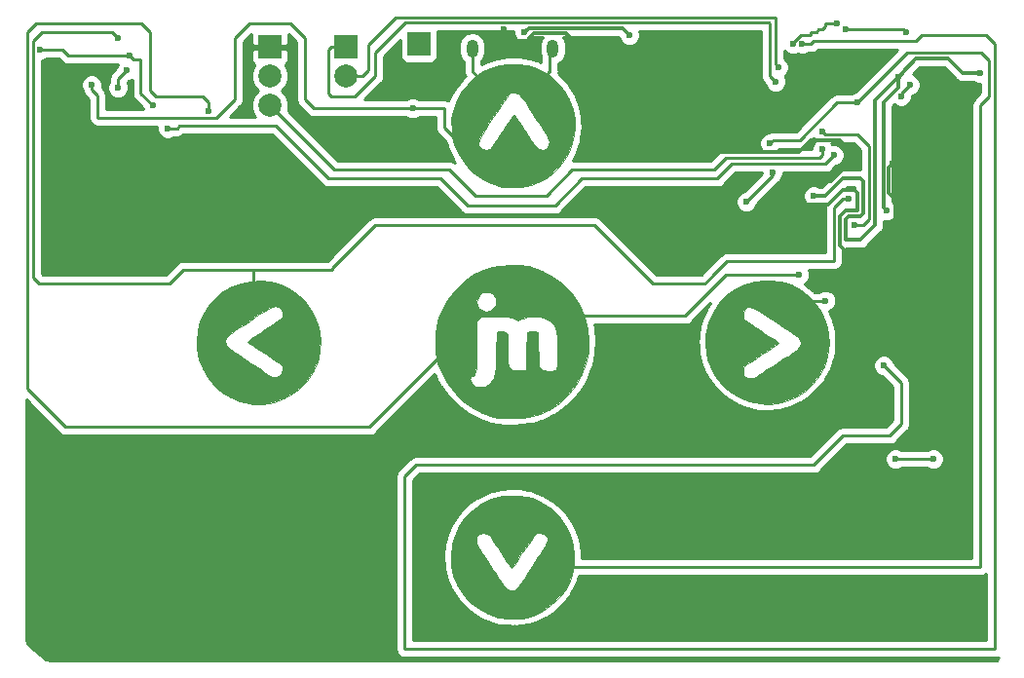
<source format=gbr>
G04 #@! TF.GenerationSoftware,KiCad,Pcbnew,(5.0.1-3-g963ef8bb5)*
G04 #@! TF.CreationDate,2018-12-04T11:01:34+00:00*
G04 #@! TF.ProjectId,invitation,696E7669746174696F6E2E6B69636164,rev?*
G04 #@! TF.SameCoordinates,Original*
G04 #@! TF.FileFunction,Copper,L1,Top,Signal*
G04 #@! TF.FilePolarity,Positive*
%FSLAX46Y46*%
G04 Gerber Fmt 4.6, Leading zero omitted, Abs format (unit mm)*
G04 Created by KiCad (PCBNEW (5.0.1-3-g963ef8bb5)) date Tuesday, 04 December 2018 at 11:01:34*
%MOMM*%
%LPD*%
G01*
G04 APERTURE LIST*
G04 #@! TA.AperFunction,EtchedComponent*
%ADD10C,0.010000*%
G04 #@! TD*
G04 #@! TA.AperFunction,ComponentPad*
%ADD11O,1.250000X0.950000*%
G04 #@! TD*
G04 #@! TA.AperFunction,ComponentPad*
%ADD12O,1.000000X1.550000*%
G04 #@! TD*
G04 #@! TA.AperFunction,ComponentPad*
%ADD13R,2.000000X2.000000*%
G04 #@! TD*
G04 #@! TA.AperFunction,ComponentPad*
%ADD14C,2.000000*%
G04 #@! TD*
G04 #@! TA.AperFunction,BGAPad,CuDef*
%ADD15C,1.000000*%
G04 #@! TD*
G04 #@! TA.AperFunction,ViaPad*
%ADD16C,0.600000*%
G04 #@! TD*
G04 #@! TA.AperFunction,Conductor*
%ADD17C,0.300000*%
G04 #@! TD*
G04 #@! TA.AperFunction,Conductor*
%ADD18C,0.250000*%
G04 #@! TD*
G04 #@! TA.AperFunction,Conductor*
%ADD19C,0.254000*%
G04 #@! TD*
G04 APERTURE END LIST*
D10*
G04 #@! TO.C,P4*
G36*
X141298524Y-94596623D02*
X142158751Y-94849985D01*
X142988777Y-95253521D01*
X143606156Y-95676492D01*
X144254718Y-96290941D01*
X144795698Y-97026365D01*
X145215985Y-97863208D01*
X145378988Y-98320666D01*
X145523824Y-98980546D01*
X145583546Y-99712240D01*
X145558850Y-100455010D01*
X145450431Y-101148117D01*
X145342265Y-101524023D01*
X144944227Y-102424278D01*
X144426619Y-103206619D01*
X143783835Y-103878375D01*
X143199750Y-104325088D01*
X142411837Y-104754090D01*
X141546952Y-105049501D01*
X140642274Y-105202800D01*
X139734985Y-105205470D01*
X139480333Y-105177353D01*
X138617030Y-104988883D01*
X137827459Y-104664771D01*
X137089326Y-104193590D01*
X136429631Y-103613534D01*
X135810799Y-102895863D01*
X135352219Y-102132238D01*
X135048125Y-101308739D01*
X134892751Y-100411446D01*
X134868502Y-99844666D01*
X134876944Y-99735927D01*
X137325387Y-99735927D01*
X137388497Y-100052699D01*
X137446827Y-100155489D01*
X137553218Y-100254502D01*
X137778784Y-100428787D01*
X138100456Y-100661749D01*
X138495163Y-100936790D01*
X138939836Y-101237313D01*
X139076660Y-101328060D01*
X139554503Y-101643731D01*
X140012321Y-101946398D01*
X140421168Y-102216907D01*
X140752095Y-102436104D01*
X140976156Y-102584835D01*
X141004333Y-102603597D01*
X141400732Y-102816528D01*
X141732554Y-102879422D01*
X142011570Y-102793388D01*
X142120709Y-102708574D01*
X142252652Y-102498926D01*
X142318441Y-102224180D01*
X142306519Y-101961405D01*
X142251870Y-101833864D01*
X142167733Y-101766408D01*
X141967861Y-101623860D01*
X141678293Y-101423723D01*
X141325067Y-101183499D01*
X140934223Y-100920693D01*
X140531798Y-100652807D01*
X140143832Y-100397344D01*
X139796364Y-100171809D01*
X139515431Y-99993704D01*
X139501500Y-99985057D01*
X139341465Y-99868573D01*
X139270385Y-99782547D01*
X139270158Y-99779214D01*
X139338370Y-99716237D01*
X139527487Y-99577256D01*
X139815683Y-99377383D01*
X140181133Y-99131728D01*
X140602010Y-98855400D01*
X140643213Y-98828666D01*
X141080511Y-98542680D01*
X141476326Y-98279046D01*
X141805572Y-98054852D01*
X142043168Y-97887186D01*
X142164029Y-97793134D01*
X142165721Y-97791500D01*
X142280383Y-97577670D01*
X142313033Y-97293184D01*
X142262760Y-97016035D01*
X142176544Y-96866833D01*
X141951014Y-96741639D01*
X141686177Y-96712000D01*
X141547969Y-96722415D01*
X141398624Y-96761908D01*
X141215133Y-96842846D01*
X140974490Y-96977597D01*
X140653686Y-97178529D01*
X140229713Y-97458010D01*
X139953648Y-97643333D01*
X139528012Y-97929025D01*
X139152120Y-98179258D01*
X138847790Y-98379679D01*
X138636841Y-98515933D01*
X138541091Y-98573665D01*
X138538057Y-98574666D01*
X138430683Y-98623895D01*
X138235696Y-98750588D01*
X137995107Y-98923260D01*
X137750932Y-99110423D01*
X137545182Y-99280590D01*
X137419870Y-99402273D01*
X137404422Y-99424281D01*
X137325387Y-99735927D01*
X134876944Y-99735927D01*
X134941902Y-98899286D01*
X135163536Y-98029751D01*
X135379902Y-97517177D01*
X135866606Y-96706790D01*
X136459805Y-96015990D01*
X137142413Y-95448600D01*
X137897341Y-95008444D01*
X138707504Y-94699345D01*
X139555813Y-94525126D01*
X140425182Y-94489611D01*
X141298524Y-94596623D01*
X141298524Y-94596623D01*
G37*
X141298524Y-94596623D02*
X142158751Y-94849985D01*
X142988777Y-95253521D01*
X143606156Y-95676492D01*
X144254718Y-96290941D01*
X144795698Y-97026365D01*
X145215985Y-97863208D01*
X145378988Y-98320666D01*
X145523824Y-98980546D01*
X145583546Y-99712240D01*
X145558850Y-100455010D01*
X145450431Y-101148117D01*
X145342265Y-101524023D01*
X144944227Y-102424278D01*
X144426619Y-103206619D01*
X143783835Y-103878375D01*
X143199750Y-104325088D01*
X142411837Y-104754090D01*
X141546952Y-105049501D01*
X140642274Y-105202800D01*
X139734985Y-105205470D01*
X139480333Y-105177353D01*
X138617030Y-104988883D01*
X137827459Y-104664771D01*
X137089326Y-104193590D01*
X136429631Y-103613534D01*
X135810799Y-102895863D01*
X135352219Y-102132238D01*
X135048125Y-101308739D01*
X134892751Y-100411446D01*
X134868502Y-99844666D01*
X134876944Y-99735927D01*
X137325387Y-99735927D01*
X137388497Y-100052699D01*
X137446827Y-100155489D01*
X137553218Y-100254502D01*
X137778784Y-100428787D01*
X138100456Y-100661749D01*
X138495163Y-100936790D01*
X138939836Y-101237313D01*
X139076660Y-101328060D01*
X139554503Y-101643731D01*
X140012321Y-101946398D01*
X140421168Y-102216907D01*
X140752095Y-102436104D01*
X140976156Y-102584835D01*
X141004333Y-102603597D01*
X141400732Y-102816528D01*
X141732554Y-102879422D01*
X142011570Y-102793388D01*
X142120709Y-102708574D01*
X142252652Y-102498926D01*
X142318441Y-102224180D01*
X142306519Y-101961405D01*
X142251870Y-101833864D01*
X142167733Y-101766408D01*
X141967861Y-101623860D01*
X141678293Y-101423723D01*
X141325067Y-101183499D01*
X140934223Y-100920693D01*
X140531798Y-100652807D01*
X140143832Y-100397344D01*
X139796364Y-100171809D01*
X139515431Y-99993704D01*
X139501500Y-99985057D01*
X139341465Y-99868573D01*
X139270385Y-99782547D01*
X139270158Y-99779214D01*
X139338370Y-99716237D01*
X139527487Y-99577256D01*
X139815683Y-99377383D01*
X140181133Y-99131728D01*
X140602010Y-98855400D01*
X140643213Y-98828666D01*
X141080511Y-98542680D01*
X141476326Y-98279046D01*
X141805572Y-98054852D01*
X142043168Y-97887186D01*
X142164029Y-97793134D01*
X142165721Y-97791500D01*
X142280383Y-97577670D01*
X142313033Y-97293184D01*
X142262760Y-97016035D01*
X142176544Y-96866833D01*
X141951014Y-96741639D01*
X141686177Y-96712000D01*
X141547969Y-96722415D01*
X141398624Y-96761908D01*
X141215133Y-96842846D01*
X140974490Y-96977597D01*
X140653686Y-97178529D01*
X140229713Y-97458010D01*
X139953648Y-97643333D01*
X139528012Y-97929025D01*
X139152120Y-98179258D01*
X138847790Y-98379679D01*
X138636841Y-98515933D01*
X138541091Y-98573665D01*
X138538057Y-98574666D01*
X138430683Y-98623895D01*
X138235696Y-98750588D01*
X137995107Y-98923260D01*
X137750932Y-99110423D01*
X137545182Y-99280590D01*
X137419870Y-99402273D01*
X137404422Y-99424281D01*
X137325387Y-99735927D01*
X134876944Y-99735927D01*
X134941902Y-98899286D01*
X135163536Y-98029751D01*
X135379902Y-97517177D01*
X135866606Y-96706790D01*
X136459805Y-96015990D01*
X137142413Y-95448600D01*
X137897341Y-95008444D01*
X138707504Y-94699345D01*
X139555813Y-94525126D01*
X140425182Y-94489611D01*
X141298524Y-94596623D01*
G04 #@! TO.C,P5*
G36*
X185465430Y-94528083D02*
X185640000Y-94563759D01*
X186490574Y-94846248D01*
X187284402Y-95272807D01*
X188002096Y-95824200D01*
X188624271Y-96481187D01*
X189131540Y-97224531D01*
X189504517Y-98034993D01*
X189656842Y-98550000D01*
X189749012Y-99135878D01*
X189780937Y-99800906D01*
X189752598Y-100467350D01*
X189663974Y-101057475D01*
X189657504Y-101085522D01*
X189372416Y-101940486D01*
X188947311Y-102723025D01*
X188400216Y-103420660D01*
X187749156Y-104020916D01*
X187012157Y-104511315D01*
X186207244Y-104879380D01*
X185352443Y-105112635D01*
X184465779Y-105198602D01*
X183775451Y-105156941D01*
X182849520Y-104953480D01*
X181989725Y-104601006D01*
X181210505Y-104111756D01*
X180526302Y-103497966D01*
X179951557Y-102771874D01*
X179500712Y-101945717D01*
X179275678Y-101344000D01*
X179130842Y-100684120D01*
X179071120Y-99952425D01*
X179095816Y-99209655D01*
X179204234Y-98516549D01*
X179312401Y-98140643D01*
X179625471Y-97440486D01*
X182336225Y-97440486D01*
X182348147Y-97703261D01*
X182402796Y-97830802D01*
X182486933Y-97898257D01*
X182686805Y-98040805D01*
X182976373Y-98240943D01*
X183329599Y-98481167D01*
X183720443Y-98743973D01*
X184122868Y-99011859D01*
X184510833Y-99267321D01*
X184858302Y-99492857D01*
X185139235Y-99670962D01*
X185153166Y-99679609D01*
X185313201Y-99796093D01*
X185384281Y-99882118D01*
X185384507Y-99885451D01*
X185316296Y-99948429D01*
X185127179Y-100087409D01*
X184838982Y-100287282D01*
X184473533Y-100532938D01*
X184052656Y-100809266D01*
X184011453Y-100836000D01*
X183574154Y-101121986D01*
X183178340Y-101385620D01*
X182849093Y-101609813D01*
X182611498Y-101777480D01*
X182490637Y-101871532D01*
X182488945Y-101873166D01*
X182374283Y-102086996D01*
X182341632Y-102371481D01*
X182391906Y-102648631D01*
X182478122Y-102797833D01*
X182703651Y-102923026D01*
X182968489Y-102952666D01*
X183106697Y-102942250D01*
X183256042Y-102902758D01*
X183439532Y-102821820D01*
X183680176Y-102687069D01*
X184000979Y-102486137D01*
X184424952Y-102206655D01*
X184701018Y-102021333D01*
X185126654Y-101735641D01*
X185502546Y-101485408D01*
X185806875Y-101284987D01*
X186017824Y-101148733D01*
X186113575Y-101091000D01*
X186116609Y-101090000D01*
X186223982Y-101040771D01*
X186418970Y-100914077D01*
X186659558Y-100741405D01*
X186903734Y-100554243D01*
X187109484Y-100384076D01*
X187234795Y-100262393D01*
X187250244Y-100240384D01*
X187329251Y-99929879D01*
X187267487Y-99614365D01*
X187209063Y-99510924D01*
X187099058Y-99406386D01*
X186873195Y-99229309D01*
X186557830Y-98999070D01*
X186179317Y-98735052D01*
X185875563Y-98530325D01*
X185154937Y-98052250D01*
X184560919Y-97661255D01*
X184079163Y-97350581D01*
X183695322Y-97113469D01*
X183395051Y-96943162D01*
X183164004Y-96832901D01*
X182987833Y-96775927D01*
X182852193Y-96765482D01*
X182742738Y-96794807D01*
X182645121Y-96857143D01*
X182544996Y-96945733D01*
X182533956Y-96956091D01*
X182402013Y-97165740D01*
X182336225Y-97440486D01*
X179625471Y-97440486D01*
X179711470Y-97248158D01*
X180236389Y-96457699D01*
X180875851Y-95780493D01*
X181618552Y-95227765D01*
X182453183Y-94810740D01*
X182785505Y-94692291D01*
X183408148Y-94545880D01*
X184108269Y-94467640D01*
X184816989Y-94460674D01*
X185465430Y-94528083D01*
X185465430Y-94528083D01*
G37*
X185465430Y-94528083D02*
X185640000Y-94563759D01*
X186490574Y-94846248D01*
X187284402Y-95272807D01*
X188002096Y-95824200D01*
X188624271Y-96481187D01*
X189131540Y-97224531D01*
X189504517Y-98034993D01*
X189656842Y-98550000D01*
X189749012Y-99135878D01*
X189780937Y-99800906D01*
X189752598Y-100467350D01*
X189663974Y-101057475D01*
X189657504Y-101085522D01*
X189372416Y-101940486D01*
X188947311Y-102723025D01*
X188400216Y-103420660D01*
X187749156Y-104020916D01*
X187012157Y-104511315D01*
X186207244Y-104879380D01*
X185352443Y-105112635D01*
X184465779Y-105198602D01*
X183775451Y-105156941D01*
X182849520Y-104953480D01*
X181989725Y-104601006D01*
X181210505Y-104111756D01*
X180526302Y-103497966D01*
X179951557Y-102771874D01*
X179500712Y-101945717D01*
X179275678Y-101344000D01*
X179130842Y-100684120D01*
X179071120Y-99952425D01*
X179095816Y-99209655D01*
X179204234Y-98516549D01*
X179312401Y-98140643D01*
X179625471Y-97440486D01*
X182336225Y-97440486D01*
X182348147Y-97703261D01*
X182402796Y-97830802D01*
X182486933Y-97898257D01*
X182686805Y-98040805D01*
X182976373Y-98240943D01*
X183329599Y-98481167D01*
X183720443Y-98743973D01*
X184122868Y-99011859D01*
X184510833Y-99267321D01*
X184858302Y-99492857D01*
X185139235Y-99670962D01*
X185153166Y-99679609D01*
X185313201Y-99796093D01*
X185384281Y-99882118D01*
X185384507Y-99885451D01*
X185316296Y-99948429D01*
X185127179Y-100087409D01*
X184838982Y-100287282D01*
X184473533Y-100532938D01*
X184052656Y-100809266D01*
X184011453Y-100836000D01*
X183574154Y-101121986D01*
X183178340Y-101385620D01*
X182849093Y-101609813D01*
X182611498Y-101777480D01*
X182490637Y-101871532D01*
X182488945Y-101873166D01*
X182374283Y-102086996D01*
X182341632Y-102371481D01*
X182391906Y-102648631D01*
X182478122Y-102797833D01*
X182703651Y-102923026D01*
X182968489Y-102952666D01*
X183106697Y-102942250D01*
X183256042Y-102902758D01*
X183439532Y-102821820D01*
X183680176Y-102687069D01*
X184000979Y-102486137D01*
X184424952Y-102206655D01*
X184701018Y-102021333D01*
X185126654Y-101735641D01*
X185502546Y-101485408D01*
X185806875Y-101284987D01*
X186017824Y-101148733D01*
X186113575Y-101091000D01*
X186116609Y-101090000D01*
X186223982Y-101040771D01*
X186418970Y-100914077D01*
X186659558Y-100741405D01*
X186903734Y-100554243D01*
X187109484Y-100384076D01*
X187234795Y-100262393D01*
X187250244Y-100240384D01*
X187329251Y-99929879D01*
X187267487Y-99614365D01*
X187209063Y-99510924D01*
X187099058Y-99406386D01*
X186873195Y-99229309D01*
X186557830Y-98999070D01*
X186179317Y-98735052D01*
X185875563Y-98530325D01*
X185154937Y-98052250D01*
X184560919Y-97661255D01*
X184079163Y-97350581D01*
X183695322Y-97113469D01*
X183395051Y-96943162D01*
X183164004Y-96832901D01*
X182987833Y-96775927D01*
X182852193Y-96765482D01*
X182742738Y-96794807D01*
X182645121Y-96857143D01*
X182544996Y-96945733D01*
X182533956Y-96956091D01*
X182402013Y-97165740D01*
X182336225Y-97440486D01*
X179625471Y-97440486D01*
X179711470Y-97248158D01*
X180236389Y-96457699D01*
X180875851Y-95780493D01*
X181618552Y-95227765D01*
X182453183Y-94810740D01*
X182785505Y-94692291D01*
X183408148Y-94545880D01*
X184108269Y-94467640D01*
X184816989Y-94460674D01*
X185465430Y-94528083D01*
G04 #@! TO.C,P10*
G36*
X162801355Y-75664523D02*
X163656624Y-75796793D01*
X164450157Y-76048128D01*
X164697489Y-76159902D01*
X165508040Y-76647812D01*
X166201962Y-77246440D01*
X166773513Y-77938526D01*
X167216949Y-78706810D01*
X167526528Y-79534033D01*
X167696507Y-80402935D01*
X167721142Y-81296258D01*
X167594692Y-82196740D01*
X167311413Y-83087123D01*
X167132371Y-83477666D01*
X166651562Y-84246290D01*
X166039353Y-84923130D01*
X165316369Y-85490980D01*
X164503239Y-85932632D01*
X163936333Y-86143821D01*
X163504168Y-86245948D01*
X162987377Y-86320323D01*
X162443376Y-86363005D01*
X161929580Y-86370052D01*
X161503406Y-86337525D01*
X161395478Y-86318235D01*
X160465632Y-86037513D01*
X159616165Y-85619451D01*
X158860966Y-85076321D01*
X158213927Y-84420395D01*
X157688940Y-83663944D01*
X157299894Y-82819242D01*
X157242291Y-82649161D01*
X157226610Y-82582473D01*
X159315482Y-82582473D01*
X159344807Y-82691928D01*
X159407143Y-82789545D01*
X159495733Y-82889670D01*
X159506091Y-82900709D01*
X159715740Y-83032652D01*
X159990486Y-83098441D01*
X160253261Y-83086519D01*
X160380802Y-83031870D01*
X160448257Y-82947733D01*
X160590805Y-82747861D01*
X160790943Y-82458293D01*
X161031167Y-82105067D01*
X161293973Y-81714223D01*
X161561859Y-81311798D01*
X161817321Y-80923832D01*
X162042857Y-80576364D01*
X162220962Y-80295431D01*
X162229609Y-80281500D01*
X162346093Y-80121465D01*
X162432118Y-80050385D01*
X162435451Y-80050158D01*
X162498429Y-80118370D01*
X162637409Y-80307487D01*
X162837282Y-80595683D01*
X163082938Y-80961133D01*
X163359266Y-81382010D01*
X163386000Y-81423213D01*
X163671986Y-81860511D01*
X163935620Y-82256326D01*
X164159813Y-82585572D01*
X164327480Y-82823168D01*
X164421532Y-82944029D01*
X164423166Y-82945721D01*
X164636996Y-83060383D01*
X164921481Y-83093033D01*
X165198631Y-83042760D01*
X165347833Y-82956544D01*
X165473026Y-82731014D01*
X165502666Y-82466177D01*
X165492250Y-82327969D01*
X165452758Y-82178624D01*
X165371820Y-81995133D01*
X165237069Y-81754490D01*
X165036137Y-81433686D01*
X164756655Y-81009713D01*
X164571333Y-80733648D01*
X164285641Y-80308012D01*
X164035408Y-79932120D01*
X163834987Y-79627790D01*
X163698733Y-79416841D01*
X163641000Y-79321091D01*
X163640000Y-79318057D01*
X163590771Y-79210683D01*
X163464077Y-79015696D01*
X163291405Y-78775107D01*
X163104243Y-78530932D01*
X162934076Y-78325182D01*
X162812393Y-78199870D01*
X162790384Y-78184422D01*
X162479879Y-78105414D01*
X162164365Y-78167179D01*
X162060924Y-78225603D01*
X161956386Y-78335608D01*
X161779309Y-78561470D01*
X161549070Y-78876836D01*
X161285052Y-79255349D01*
X161080325Y-79559103D01*
X160602250Y-80279729D01*
X160211255Y-80873747D01*
X159900581Y-81355503D01*
X159663469Y-81739343D01*
X159493162Y-82039614D01*
X159382901Y-82270662D01*
X159325927Y-82446833D01*
X159315482Y-82582473D01*
X157226610Y-82582473D01*
X157095880Y-82026518D01*
X157017640Y-81326397D01*
X157010674Y-80617677D01*
X157078083Y-79969236D01*
X157113759Y-79794666D01*
X157396248Y-78944091D01*
X157822807Y-78150264D01*
X158374200Y-77432570D01*
X159031187Y-76810395D01*
X159774531Y-76303126D01*
X160584993Y-75930149D01*
X161100000Y-75777823D01*
X161932947Y-75656479D01*
X162801355Y-75664523D01*
X162801355Y-75664523D01*
G37*
X162801355Y-75664523D02*
X163656624Y-75796793D01*
X164450157Y-76048128D01*
X164697489Y-76159902D01*
X165508040Y-76647812D01*
X166201962Y-77246440D01*
X166773513Y-77938526D01*
X167216949Y-78706810D01*
X167526528Y-79534033D01*
X167696507Y-80402935D01*
X167721142Y-81296258D01*
X167594692Y-82196740D01*
X167311413Y-83087123D01*
X167132371Y-83477666D01*
X166651562Y-84246290D01*
X166039353Y-84923130D01*
X165316369Y-85490980D01*
X164503239Y-85932632D01*
X163936333Y-86143821D01*
X163504168Y-86245948D01*
X162987377Y-86320323D01*
X162443376Y-86363005D01*
X161929580Y-86370052D01*
X161503406Y-86337525D01*
X161395478Y-86318235D01*
X160465632Y-86037513D01*
X159616165Y-85619451D01*
X158860966Y-85076321D01*
X158213927Y-84420395D01*
X157688940Y-83663944D01*
X157299894Y-82819242D01*
X157242291Y-82649161D01*
X157226610Y-82582473D01*
X159315482Y-82582473D01*
X159344807Y-82691928D01*
X159407143Y-82789545D01*
X159495733Y-82889670D01*
X159506091Y-82900709D01*
X159715740Y-83032652D01*
X159990486Y-83098441D01*
X160253261Y-83086519D01*
X160380802Y-83031870D01*
X160448257Y-82947733D01*
X160590805Y-82747861D01*
X160790943Y-82458293D01*
X161031167Y-82105067D01*
X161293973Y-81714223D01*
X161561859Y-81311798D01*
X161817321Y-80923832D01*
X162042857Y-80576364D01*
X162220962Y-80295431D01*
X162229609Y-80281500D01*
X162346093Y-80121465D01*
X162432118Y-80050385D01*
X162435451Y-80050158D01*
X162498429Y-80118370D01*
X162637409Y-80307487D01*
X162837282Y-80595683D01*
X163082938Y-80961133D01*
X163359266Y-81382010D01*
X163386000Y-81423213D01*
X163671986Y-81860511D01*
X163935620Y-82256326D01*
X164159813Y-82585572D01*
X164327480Y-82823168D01*
X164421532Y-82944029D01*
X164423166Y-82945721D01*
X164636996Y-83060383D01*
X164921481Y-83093033D01*
X165198631Y-83042760D01*
X165347833Y-82956544D01*
X165473026Y-82731014D01*
X165502666Y-82466177D01*
X165492250Y-82327969D01*
X165452758Y-82178624D01*
X165371820Y-81995133D01*
X165237069Y-81754490D01*
X165036137Y-81433686D01*
X164756655Y-81009713D01*
X164571333Y-80733648D01*
X164285641Y-80308012D01*
X164035408Y-79932120D01*
X163834987Y-79627790D01*
X163698733Y-79416841D01*
X163641000Y-79321091D01*
X163640000Y-79318057D01*
X163590771Y-79210683D01*
X163464077Y-79015696D01*
X163291405Y-78775107D01*
X163104243Y-78530932D01*
X162934076Y-78325182D01*
X162812393Y-78199870D01*
X162790384Y-78184422D01*
X162479879Y-78105414D01*
X162164365Y-78167179D01*
X162060924Y-78225603D01*
X161956386Y-78335608D01*
X161779309Y-78561470D01*
X161549070Y-78876836D01*
X161285052Y-79255349D01*
X161080325Y-79559103D01*
X160602250Y-80279729D01*
X160211255Y-80873747D01*
X159900581Y-81355503D01*
X159663469Y-81739343D01*
X159493162Y-82039614D01*
X159382901Y-82270662D01*
X159325927Y-82446833D01*
X159315482Y-82582473D01*
X157226610Y-82582473D01*
X157095880Y-82026518D01*
X157017640Y-81326397D01*
X157010674Y-80617677D01*
X157078083Y-79969236D01*
X157113759Y-79794666D01*
X157396248Y-78944091D01*
X157822807Y-78150264D01*
X158374200Y-77432570D01*
X159031187Y-76810395D01*
X159774531Y-76303126D01*
X160584993Y-75930149D01*
X161100000Y-75777823D01*
X161932947Y-75656479D01*
X162801355Y-75664523D01*
G04 #@! TO.C,P11*
G36*
X162905010Y-113175816D02*
X163598117Y-113284234D01*
X163974023Y-113392401D01*
X164866508Y-113791470D01*
X165656966Y-114316389D01*
X166334172Y-114955851D01*
X166886901Y-115698552D01*
X167303925Y-116533183D01*
X167422374Y-116865505D01*
X167568786Y-117488148D01*
X167647025Y-118188269D01*
X167653991Y-118896989D01*
X167586583Y-119545430D01*
X167550906Y-119720000D01*
X167268418Y-120570574D01*
X166841858Y-121364402D01*
X166290466Y-122082096D01*
X165633478Y-122704271D01*
X164890135Y-123211540D01*
X164079673Y-123584517D01*
X163564666Y-123736842D01*
X163049079Y-123818740D01*
X162445109Y-123854036D01*
X161823536Y-123842816D01*
X161255143Y-123785166D01*
X160990895Y-123733712D01*
X160169057Y-123451008D01*
X159390004Y-123020770D01*
X158679430Y-122463932D01*
X158063032Y-121801429D01*
X157566506Y-121054195D01*
X157467256Y-120863000D01*
X157162961Y-120099162D01*
X156991393Y-119298651D01*
X156942412Y-118450000D01*
X157028648Y-117513130D01*
X157154958Y-117048489D01*
X159162000Y-117048489D01*
X159172415Y-117186697D01*
X159211908Y-117336042D01*
X159292846Y-117519532D01*
X159427597Y-117760176D01*
X159628529Y-118080979D01*
X159908010Y-118504952D01*
X160093333Y-118781018D01*
X160379025Y-119206654D01*
X160629258Y-119582546D01*
X160829679Y-119886875D01*
X160965933Y-120097824D01*
X161023665Y-120193575D01*
X161024666Y-120196609D01*
X161073048Y-120299647D01*
X161197500Y-120491751D01*
X161366985Y-120730831D01*
X161550463Y-120974799D01*
X161716897Y-121181566D01*
X161835247Y-121309044D01*
X161857554Y-121326019D01*
X162140934Y-121405489D01*
X162448611Y-121365899D01*
X162603742Y-121289063D01*
X162708279Y-121179058D01*
X162885357Y-120953195D01*
X163115595Y-120637830D01*
X163379614Y-120259317D01*
X163584341Y-119955563D01*
X164062416Y-119234937D01*
X164453411Y-118640919D01*
X164764085Y-118159163D01*
X165001196Y-117775322D01*
X165171503Y-117475051D01*
X165281764Y-117244004D01*
X165338738Y-117067833D01*
X165349184Y-116932193D01*
X165319859Y-116822738D01*
X165257523Y-116725121D01*
X165168933Y-116624996D01*
X165158574Y-116613956D01*
X164948926Y-116482013D01*
X164674180Y-116416225D01*
X164411405Y-116428147D01*
X164283864Y-116482796D01*
X164216408Y-116566933D01*
X164073860Y-116766805D01*
X163873723Y-117056373D01*
X163633499Y-117409599D01*
X163370693Y-117800443D01*
X163102807Y-118202868D01*
X162847344Y-118590833D01*
X162621809Y-118938302D01*
X162443704Y-119219235D01*
X162435057Y-119233166D01*
X162318573Y-119393201D01*
X162232547Y-119464281D01*
X162229214Y-119464507D01*
X162166237Y-119396296D01*
X162027256Y-119207179D01*
X161827383Y-118918982D01*
X161581728Y-118553533D01*
X161305400Y-118132656D01*
X161278666Y-118091453D01*
X160992680Y-117654154D01*
X160729046Y-117258340D01*
X160504852Y-116929093D01*
X160337186Y-116691498D01*
X160243134Y-116570637D01*
X160241500Y-116568945D01*
X160027670Y-116454283D01*
X159743184Y-116421632D01*
X159466035Y-116471906D01*
X159316833Y-116558122D01*
X159191639Y-116783651D01*
X159162000Y-117048489D01*
X157154958Y-117048489D01*
X157269260Y-116628025D01*
X157653484Y-115809012D01*
X158170551Y-115070417D01*
X158809696Y-114426568D01*
X159560153Y-113891791D01*
X160411155Y-113480412D01*
X160770666Y-113355678D01*
X161430546Y-113210842D01*
X162162240Y-113151120D01*
X162905010Y-113175816D01*
X162905010Y-113175816D01*
G37*
X162905010Y-113175816D02*
X163598117Y-113284234D01*
X163974023Y-113392401D01*
X164866508Y-113791470D01*
X165656966Y-114316389D01*
X166334172Y-114955851D01*
X166886901Y-115698552D01*
X167303925Y-116533183D01*
X167422374Y-116865505D01*
X167568786Y-117488148D01*
X167647025Y-118188269D01*
X167653991Y-118896989D01*
X167586583Y-119545430D01*
X167550906Y-119720000D01*
X167268418Y-120570574D01*
X166841858Y-121364402D01*
X166290466Y-122082096D01*
X165633478Y-122704271D01*
X164890135Y-123211540D01*
X164079673Y-123584517D01*
X163564666Y-123736842D01*
X163049079Y-123818740D01*
X162445109Y-123854036D01*
X161823536Y-123842816D01*
X161255143Y-123785166D01*
X160990895Y-123733712D01*
X160169057Y-123451008D01*
X159390004Y-123020770D01*
X158679430Y-122463932D01*
X158063032Y-121801429D01*
X157566506Y-121054195D01*
X157467256Y-120863000D01*
X157162961Y-120099162D01*
X156991393Y-119298651D01*
X156942412Y-118450000D01*
X157028648Y-117513130D01*
X157154958Y-117048489D01*
X159162000Y-117048489D01*
X159172415Y-117186697D01*
X159211908Y-117336042D01*
X159292846Y-117519532D01*
X159427597Y-117760176D01*
X159628529Y-118080979D01*
X159908010Y-118504952D01*
X160093333Y-118781018D01*
X160379025Y-119206654D01*
X160629258Y-119582546D01*
X160829679Y-119886875D01*
X160965933Y-120097824D01*
X161023665Y-120193575D01*
X161024666Y-120196609D01*
X161073048Y-120299647D01*
X161197500Y-120491751D01*
X161366985Y-120730831D01*
X161550463Y-120974799D01*
X161716897Y-121181566D01*
X161835247Y-121309044D01*
X161857554Y-121326019D01*
X162140934Y-121405489D01*
X162448611Y-121365899D01*
X162603742Y-121289063D01*
X162708279Y-121179058D01*
X162885357Y-120953195D01*
X163115595Y-120637830D01*
X163379614Y-120259317D01*
X163584341Y-119955563D01*
X164062416Y-119234937D01*
X164453411Y-118640919D01*
X164764085Y-118159163D01*
X165001196Y-117775322D01*
X165171503Y-117475051D01*
X165281764Y-117244004D01*
X165338738Y-117067833D01*
X165349184Y-116932193D01*
X165319859Y-116822738D01*
X165257523Y-116725121D01*
X165168933Y-116624996D01*
X165158574Y-116613956D01*
X164948926Y-116482013D01*
X164674180Y-116416225D01*
X164411405Y-116428147D01*
X164283864Y-116482796D01*
X164216408Y-116566933D01*
X164073860Y-116766805D01*
X163873723Y-117056373D01*
X163633499Y-117409599D01*
X163370693Y-117800443D01*
X163102807Y-118202868D01*
X162847344Y-118590833D01*
X162621809Y-118938302D01*
X162443704Y-119219235D01*
X162435057Y-119233166D01*
X162318573Y-119393201D01*
X162232547Y-119464281D01*
X162229214Y-119464507D01*
X162166237Y-119396296D01*
X162027256Y-119207179D01*
X161827383Y-118918982D01*
X161581728Y-118553533D01*
X161305400Y-118132656D01*
X161278666Y-118091453D01*
X160992680Y-117654154D01*
X160729046Y-117258340D01*
X160504852Y-116929093D01*
X160337186Y-116691498D01*
X160243134Y-116570637D01*
X160241500Y-116568945D01*
X160027670Y-116454283D01*
X159743184Y-116421632D01*
X159466035Y-116471906D01*
X159316833Y-116558122D01*
X159191639Y-116783651D01*
X159162000Y-117048489D01*
X157154958Y-117048489D01*
X157269260Y-116628025D01*
X157653484Y-115809012D01*
X158170551Y-115070417D01*
X158809696Y-114426568D01*
X159560153Y-113891791D01*
X160411155Y-113480412D01*
X160770666Y-113355678D01*
X161430546Y-113210842D01*
X162162240Y-113151120D01*
X162905010Y-113175816D01*
G04 #@! TO.C,P2*
G36*
X163067989Y-93151201D02*
X163501919Y-93191849D01*
X163764000Y-93242826D01*
X164847228Y-93622621D01*
X165808623Y-94119468D01*
X166650234Y-94734977D01*
X167374111Y-95470760D01*
X167982303Y-96328427D01*
X168209156Y-96735848D01*
X168600018Y-97671662D01*
X168843413Y-98662924D01*
X168938779Y-99682909D01*
X168885560Y-100704891D01*
X168683194Y-101702146D01*
X168332826Y-102644313D01*
X167826547Y-103530719D01*
X167184089Y-104333465D01*
X166425043Y-105035306D01*
X165568997Y-105618994D01*
X164635539Y-106067283D01*
X164314333Y-106182405D01*
X163755842Y-106319377D01*
X163090574Y-106409073D01*
X162374876Y-106449650D01*
X161665095Y-106439264D01*
X161017579Y-106376071D01*
X160643600Y-106302505D01*
X159677246Y-105973386D01*
X158768411Y-105496974D01*
X157937995Y-104890122D01*
X157206899Y-104169680D01*
X156596025Y-103352499D01*
X156427691Y-103052704D01*
X158615684Y-103052704D01*
X158724192Y-103326517D01*
X158726331Y-103330663D01*
X158888738Y-103568206D01*
X159096741Y-103696200D01*
X159395756Y-103735429D01*
X159594817Y-103728169D01*
X159946935Y-103671980D01*
X160197812Y-103547063D01*
X160262485Y-103492980D01*
X160435956Y-103287802D01*
X160608703Y-103014187D01*
X160663082Y-102907333D01*
X160723722Y-102763033D01*
X160769832Y-102606721D01*
X160803954Y-102412002D01*
X160828629Y-102152482D01*
X160846398Y-101801765D01*
X160859804Y-101333456D01*
X160870929Y-100748583D01*
X160886258Y-100068888D01*
X160907006Y-99551606D01*
X160933648Y-99189888D01*
X160966662Y-98976888D01*
X160998847Y-98908379D01*
X161219224Y-98847570D01*
X161489817Y-98868040D01*
X161717787Y-98960468D01*
X161746499Y-98983455D01*
X161804575Y-99051939D01*
X161846168Y-99153363D01*
X161873959Y-99314156D01*
X161890625Y-99560745D01*
X161898845Y-99919560D01*
X161901297Y-100417029D01*
X161901333Y-100511304D01*
X161902144Y-101025743D01*
X161907042Y-101398767D01*
X161919720Y-101658297D01*
X161943875Y-101832250D01*
X161983201Y-101948545D01*
X162041394Y-102035101D01*
X162113019Y-102110716D01*
X162245418Y-102224726D01*
X162388291Y-102285107D01*
X162595445Y-102304683D01*
X162896186Y-102297367D01*
X163467666Y-102272333D01*
X163510000Y-100623254D01*
X163552333Y-98974175D01*
X163785166Y-98892410D01*
X164119745Y-98860268D01*
X164250833Y-98892318D01*
X164483666Y-98973991D01*
X164529200Y-100411495D01*
X164548321Y-100897300D01*
X164572398Y-101331265D01*
X164599137Y-101681918D01*
X164626243Y-101917788D01*
X164644995Y-101999518D01*
X164783800Y-102173431D01*
X165019833Y-102274407D01*
X165382209Y-102313341D01*
X165487175Y-102314666D01*
X165744282Y-102315388D01*
X165933030Y-102302498D01*
X166063945Y-102253411D01*
X166147551Y-102145542D01*
X166194371Y-101956306D01*
X166214930Y-101663119D01*
X166219751Y-101243395D01*
X166219333Y-100743442D01*
X166213876Y-100225063D01*
X166198785Y-99732202D01*
X166175983Y-99303971D01*
X166147390Y-98979480D01*
X166125735Y-98838569D01*
X165944782Y-98379621D01*
X165630791Y-98002004D01*
X165211973Y-97735360D01*
X165005887Y-97661981D01*
X164587134Y-97593707D01*
X164107063Y-97590189D01*
X163633572Y-97646416D01*
X163234558Y-97757373D01*
X163141386Y-97799628D01*
X162936399Y-97897912D01*
X162793662Y-97923069D01*
X162634860Y-97874133D01*
X162464195Y-97791270D01*
X162301693Y-97720757D01*
X162119763Y-97670396D01*
X161885189Y-97636156D01*
X161564753Y-97614005D01*
X161125238Y-97599912D01*
X160843000Y-97594502D01*
X160381670Y-97589872D01*
X159968385Y-97591398D01*
X159638540Y-97598528D01*
X159427533Y-97610709D01*
X159382500Y-97617282D01*
X159192000Y-97661226D01*
X159192000Y-99949817D01*
X159189987Y-100702671D01*
X159182159Y-101304210D01*
X159165831Y-101772423D01*
X159138318Y-102125300D01*
X159096935Y-102380829D01*
X159038997Y-102557000D01*
X158961819Y-102671803D01*
X158862718Y-102743226D01*
X158769595Y-102780038D01*
X158630308Y-102877036D01*
X158615684Y-103052704D01*
X156427691Y-103052704D01*
X156274755Y-102780333D01*
X156004926Y-102195631D01*
X155815275Y-101677555D01*
X155693130Y-101170480D01*
X155625817Y-100618783D01*
X155600661Y-99966839D01*
X155599565Y-99817000D01*
X155613839Y-99134921D01*
X155669521Y-98564241D01*
X155778167Y-98049675D01*
X155951334Y-97535941D01*
X156190910Y-96988181D01*
X156580324Y-96303333D01*
X159192000Y-96303333D01*
X159263325Y-96658333D01*
X159452937Y-96929713D01*
X159724287Y-97102325D01*
X160040830Y-97161025D01*
X160366017Y-97090667D01*
X160637846Y-96902512D01*
X160838377Y-96601097D01*
X160896111Y-96275173D01*
X160826194Y-95961289D01*
X160643770Y-95695990D01*
X160363987Y-95515824D01*
X160038666Y-95456666D01*
X159669972Y-95530839D01*
X159390564Y-95736493D01*
X159225737Y-96048334D01*
X159192000Y-96303333D01*
X156580324Y-96303333D01*
X156725910Y-96047298D01*
X157385516Y-95217269D01*
X158159248Y-94506841D01*
X159036628Y-93924761D01*
X160007175Y-93479775D01*
X160631333Y-93281834D01*
X160995930Y-93213163D01*
X161469395Y-93165173D01*
X162004227Y-93138455D01*
X162552925Y-93133600D01*
X163067989Y-93151201D01*
X163067989Y-93151201D01*
G37*
X163067989Y-93151201D02*
X163501919Y-93191849D01*
X163764000Y-93242826D01*
X164847228Y-93622621D01*
X165808623Y-94119468D01*
X166650234Y-94734977D01*
X167374111Y-95470760D01*
X167982303Y-96328427D01*
X168209156Y-96735848D01*
X168600018Y-97671662D01*
X168843413Y-98662924D01*
X168938779Y-99682909D01*
X168885560Y-100704891D01*
X168683194Y-101702146D01*
X168332826Y-102644313D01*
X167826547Y-103530719D01*
X167184089Y-104333465D01*
X166425043Y-105035306D01*
X165568997Y-105618994D01*
X164635539Y-106067283D01*
X164314333Y-106182405D01*
X163755842Y-106319377D01*
X163090574Y-106409073D01*
X162374876Y-106449650D01*
X161665095Y-106439264D01*
X161017579Y-106376071D01*
X160643600Y-106302505D01*
X159677246Y-105973386D01*
X158768411Y-105496974D01*
X157937995Y-104890122D01*
X157206899Y-104169680D01*
X156596025Y-103352499D01*
X156427691Y-103052704D01*
X158615684Y-103052704D01*
X158724192Y-103326517D01*
X158726331Y-103330663D01*
X158888738Y-103568206D01*
X159096741Y-103696200D01*
X159395756Y-103735429D01*
X159594817Y-103728169D01*
X159946935Y-103671980D01*
X160197812Y-103547063D01*
X160262485Y-103492980D01*
X160435956Y-103287802D01*
X160608703Y-103014187D01*
X160663082Y-102907333D01*
X160723722Y-102763033D01*
X160769832Y-102606721D01*
X160803954Y-102412002D01*
X160828629Y-102152482D01*
X160846398Y-101801765D01*
X160859804Y-101333456D01*
X160870929Y-100748583D01*
X160886258Y-100068888D01*
X160907006Y-99551606D01*
X160933648Y-99189888D01*
X160966662Y-98976888D01*
X160998847Y-98908379D01*
X161219224Y-98847570D01*
X161489817Y-98868040D01*
X161717787Y-98960468D01*
X161746499Y-98983455D01*
X161804575Y-99051939D01*
X161846168Y-99153363D01*
X161873959Y-99314156D01*
X161890625Y-99560745D01*
X161898845Y-99919560D01*
X161901297Y-100417029D01*
X161901333Y-100511304D01*
X161902144Y-101025743D01*
X161907042Y-101398767D01*
X161919720Y-101658297D01*
X161943875Y-101832250D01*
X161983201Y-101948545D01*
X162041394Y-102035101D01*
X162113019Y-102110716D01*
X162245418Y-102224726D01*
X162388291Y-102285107D01*
X162595445Y-102304683D01*
X162896186Y-102297367D01*
X163467666Y-102272333D01*
X163510000Y-100623254D01*
X163552333Y-98974175D01*
X163785166Y-98892410D01*
X164119745Y-98860268D01*
X164250833Y-98892318D01*
X164483666Y-98973991D01*
X164529200Y-100411495D01*
X164548321Y-100897300D01*
X164572398Y-101331265D01*
X164599137Y-101681918D01*
X164626243Y-101917788D01*
X164644995Y-101999518D01*
X164783800Y-102173431D01*
X165019833Y-102274407D01*
X165382209Y-102313341D01*
X165487175Y-102314666D01*
X165744282Y-102315388D01*
X165933030Y-102302498D01*
X166063945Y-102253411D01*
X166147551Y-102145542D01*
X166194371Y-101956306D01*
X166214930Y-101663119D01*
X166219751Y-101243395D01*
X166219333Y-100743442D01*
X166213876Y-100225063D01*
X166198785Y-99732202D01*
X166175983Y-99303971D01*
X166147390Y-98979480D01*
X166125735Y-98838569D01*
X165944782Y-98379621D01*
X165630791Y-98002004D01*
X165211973Y-97735360D01*
X165005887Y-97661981D01*
X164587134Y-97593707D01*
X164107063Y-97590189D01*
X163633572Y-97646416D01*
X163234558Y-97757373D01*
X163141386Y-97799628D01*
X162936399Y-97897912D01*
X162793662Y-97923069D01*
X162634860Y-97874133D01*
X162464195Y-97791270D01*
X162301693Y-97720757D01*
X162119763Y-97670396D01*
X161885189Y-97636156D01*
X161564753Y-97614005D01*
X161125238Y-97599912D01*
X160843000Y-97594502D01*
X160381670Y-97589872D01*
X159968385Y-97591398D01*
X159638540Y-97598528D01*
X159427533Y-97610709D01*
X159382500Y-97617282D01*
X159192000Y-97661226D01*
X159192000Y-99949817D01*
X159189987Y-100702671D01*
X159182159Y-101304210D01*
X159165831Y-101772423D01*
X159138318Y-102125300D01*
X159096935Y-102380829D01*
X159038997Y-102557000D01*
X158961819Y-102671803D01*
X158862718Y-102743226D01*
X158769595Y-102780038D01*
X158630308Y-102877036D01*
X158615684Y-103052704D01*
X156427691Y-103052704D01*
X156274755Y-102780333D01*
X156004926Y-102195631D01*
X155815275Y-101677555D01*
X155693130Y-101170480D01*
X155625817Y-100618783D01*
X155600661Y-99966839D01*
X155599565Y-99817000D01*
X155613839Y-99134921D01*
X155669521Y-98564241D01*
X155778167Y-98049675D01*
X155951334Y-97535941D01*
X156190910Y-96988181D01*
X156580324Y-96303333D01*
X159192000Y-96303333D01*
X159263325Y-96658333D01*
X159452937Y-96929713D01*
X159724287Y-97102325D01*
X160040830Y-97161025D01*
X160366017Y-97090667D01*
X160637846Y-96902512D01*
X160838377Y-96601097D01*
X160896111Y-96275173D01*
X160826194Y-95961289D01*
X160643770Y-95695990D01*
X160363987Y-95515824D01*
X160038666Y-95456666D01*
X159669972Y-95530839D01*
X159390564Y-95736493D01*
X159225737Y-96048334D01*
X159192000Y-96303333D01*
X156580324Y-96303333D01*
X156725910Y-96047298D01*
X157385516Y-95217269D01*
X158159248Y-94506841D01*
X159036628Y-93924761D01*
X160007175Y-93479775D01*
X160631333Y-93281834D01*
X160995930Y-93213163D01*
X161469395Y-93165173D01*
X162004227Y-93138455D01*
X162552925Y-93133600D01*
X163067989Y-93151201D01*
G04 #@! TD*
D11*
G04 #@! TO.P,P1,6*
G04 #@! TO.N,Net-(P1-Pad6)*
X159805100Y-77000540D03*
X164805100Y-77000540D03*
D12*
X158805100Y-74300540D03*
X165805100Y-74300540D03*
G04 #@! TD*
D13*
G04 #@! TO.P,P3,1*
G04 #@! TO.N,GND*
X141224000Y-74168000D03*
D14*
G04 #@! TO.P,P3,2*
G04 #@! TO.N,VCC*
X141224000Y-76708000D03*
G04 #@! TO.P,P3,3*
G04 #@! TO.N,SCLK*
X141224000Y-79248000D03*
G04 #@! TD*
D13*
G04 #@! TO.P,P8,1*
G04 #@! TO.N,RESET*
X154178000Y-73914000D03*
G04 #@! TD*
G04 #@! TO.P,P9,1*
G04 #@! TO.N,MOSI*
X147828000Y-74168000D03*
D14*
G04 #@! TO.P,P9,2*
G04 #@! TO.N,MISO*
X147828000Y-76708000D03*
G04 #@! TD*
D15*
G04 #@! TO.P,P4,1*
G04 #@! TO.N,leftArrSens*
X142740000Y-99760000D03*
G04 #@! TD*
G04 #@! TO.P,P5,1*
G04 #@! TO.N,rightArrSens*
X181830000Y-99820000D03*
G04 #@! TD*
G04 #@! TO.P,P10,1*
G04 #@! TO.N,upArrSens*
X162370000Y-83520000D03*
G04 #@! TD*
G04 #@! TO.P,P11,1*
G04 #@! TO.N,downArrSens*
X162210000Y-115910000D03*
G04 #@! TD*
G04 #@! TO.P,P2,1*
G04 #@! TO.N,homeSens*
X163510000Y-95880000D03*
G04 #@! TD*
D16*
G04 #@! TO.N,GND*
X191008000Y-75438000D03*
X199898000Y-76200000D03*
X195580000Y-91440000D03*
X198374000Y-84836000D03*
X201676000Y-87884000D03*
X179578000Y-83820000D03*
X185674000Y-80772000D03*
X172720000Y-78232000D03*
X161500000Y-72650000D03*
X195326000Y-84328000D03*
G04 #@! TO.N,VCC*
X195834000Y-76810000D03*
X172466000Y-73152000D03*
X163322000Y-72898000D03*
X188468000Y-87122000D03*
X202946000Y-76454000D03*
X194818000Y-88392000D03*
G04 #@! TO.N,interactLED*
X195580000Y-109982000D03*
X198882000Y-109982000D03*
G04 #@! TO.N,SCLK*
X189230000Y-83058000D03*
G04 #@! TO.N,MISO*
X185420000Y-75946000D03*
G04 #@! TO.N,MOSI*
X185166000Y-77216000D03*
G04 #@! TO.N,RESET*
X190500000Y-72136000D03*
X186690000Y-73914000D03*
G04 #@! TO.N,TXLED*
X196532000Y-72898000D03*
X191262000Y-72644000D03*
G04 #@! TO.N,Net-(C0-Pad1)*
X192024000Y-89662000D03*
X189230000Y-81534000D03*
G04 #@! TO.N,homeSens*
X135890000Y-79756000D03*
X187210000Y-93960000D03*
G04 #@! TO.N,leftArrSens*
X191516000Y-87376000D03*
X128016000Y-73406000D03*
G04 #@! TO.N,rightArrSens*
X189500000Y-96230000D03*
G04 #@! TO.N,upArrSens*
X153630000Y-79502000D03*
X125730000Y-77470000D03*
G04 #@! TO.N,downArrSens*
X184658000Y-82550000D03*
X192278000Y-78994000D03*
X128016000Y-77724000D03*
X128778000Y-76200000D03*
G04 #@! TO.N,downArrBtn*
X190246000Y-83566000D03*
X132334000Y-81236000D03*
X196088000Y-78442000D03*
X196850000Y-77470000D03*
G04 #@! TO.N,powerLED*
X194564000Y-101854000D03*
X187452000Y-73914000D03*
G04 #@! TO.N,homeBtn*
X129032000Y-74930000D03*
X131064000Y-79248000D03*
X121202000Y-74422000D03*
G04 #@! TO.N,rightArrBtn*
X182626000Y-87630000D03*
X184912000Y-85046000D03*
G04 #@! TD*
D17*
G04 #@! TO.N,GND*
X185674000Y-80772000D02*
X186182000Y-80772000D01*
X191008000Y-75946000D02*
X191008000Y-75438000D01*
X190500000Y-76454000D02*
X191008000Y-75946000D01*
X187706000Y-76454000D02*
X190500000Y-76454000D01*
X186944000Y-77216000D02*
X187706000Y-76454000D01*
X186944000Y-80010000D02*
X186944000Y-77216000D01*
X186182000Y-80772000D02*
X186944000Y-80010000D01*
X199898000Y-76200000D02*
X199390000Y-76708000D01*
X199390000Y-76708000D02*
X199390000Y-84836000D01*
X198374000Y-84836000D02*
X199390000Y-84836000D01*
X201676000Y-87884000D02*
X201676000Y-90932000D01*
X201168000Y-91440000D02*
X195580000Y-91440000D01*
X201676000Y-90932000D02*
X201168000Y-91440000D01*
X198374000Y-84836000D02*
X196088000Y-84836000D01*
X198374000Y-87630000D02*
X198374000Y-84836000D01*
X198628000Y-87884000D02*
X198374000Y-87630000D01*
X201676000Y-87884000D02*
X198628000Y-87884000D01*
X185166000Y-80264000D02*
X180086000Y-80264000D01*
X185674000Y-80772000D02*
X185166000Y-80264000D01*
X177546000Y-78232000D02*
X179832000Y-80518000D01*
X179832000Y-80518000D02*
X179578000Y-80772000D01*
X180086000Y-80264000D02*
X179832000Y-80518000D01*
X172720000Y-78232000D02*
X177546000Y-78232000D01*
X195326000Y-84328000D02*
X195834000Y-84328000D01*
X195834000Y-84328000D02*
X196088000Y-84582000D01*
X196088000Y-84582000D02*
X196088000Y-84836000D01*
X179578000Y-83312000D02*
X179578000Y-83820000D01*
X179578000Y-80772000D02*
X179578000Y-83312000D01*
X167380000Y-75686000D02*
X169926000Y-78232000D01*
X167380000Y-73440000D02*
X167380000Y-75686000D01*
X166940000Y-73000000D02*
X167380000Y-73440000D01*
X164200000Y-73000000D02*
X166940000Y-73000000D01*
X163570000Y-73630000D02*
X164200000Y-73000000D01*
X169926000Y-78232000D02*
X172720000Y-78232000D01*
X163570000Y-73660000D02*
X163570000Y-73630000D01*
X162510000Y-73660000D02*
X161500000Y-72650000D01*
X163030000Y-73660000D02*
X162510000Y-73660000D01*
X163030000Y-73660000D02*
X163570000Y-73660000D01*
X195026001Y-84627999D02*
X195326000Y-84328000D01*
X195026001Y-86868000D02*
X195026001Y-84627999D01*
X195580000Y-87421999D02*
X195026001Y-86868000D01*
X192786000Y-91948000D02*
X195580000Y-89154000D01*
X191262000Y-91948000D02*
X192786000Y-91948000D01*
X195580000Y-89154000D02*
X195580000Y-87421999D01*
X191008000Y-86614000D02*
X192024000Y-86614000D01*
X189738000Y-87884000D02*
X191008000Y-86614000D01*
X187706000Y-87884000D02*
X189738000Y-87884000D01*
X187198000Y-87376000D02*
X187706000Y-87884000D01*
X191770000Y-83312000D02*
X191770000Y-84074000D01*
X187198000Y-86614000D02*
X187198000Y-87376000D01*
X190754000Y-91440000D02*
X191262000Y-91948000D01*
X187960000Y-85852000D02*
X187198000Y-86614000D01*
X189992000Y-85852000D02*
X187960000Y-85852000D01*
X190754000Y-88900000D02*
X190754000Y-91440000D01*
X191770000Y-84074000D02*
X189992000Y-85852000D01*
X190754000Y-82296000D02*
X191770000Y-83312000D01*
X187198000Y-83312000D02*
X188214000Y-82296000D01*
X188214000Y-82296000D02*
X190754000Y-82296000D01*
X179578000Y-83312000D02*
X187198000Y-83312000D01*
X191262000Y-88392000D02*
X192278000Y-88392000D01*
X191262000Y-88392000D02*
X190754000Y-88900000D01*
X192278000Y-86868000D02*
X192024000Y-86614000D01*
X192278000Y-88392000D02*
X192278000Y-86868000D01*
G04 #@! TO.N,VCC*
X196133999Y-76510001D02*
X196133999Y-76408001D01*
X195834000Y-76810000D02*
X196133999Y-76510001D01*
X196133999Y-76408001D02*
X197358000Y-75184000D01*
X197358000Y-75184000D02*
X200152000Y-75184000D01*
X200152000Y-75184000D02*
X201422000Y-76454000D01*
X163621999Y-72598001D02*
X163661999Y-72598001D01*
X163322000Y-72898000D02*
X163621999Y-72598001D01*
X163661999Y-72598001D02*
X163740000Y-72520000D01*
X171834000Y-72520000D02*
X172466000Y-73152000D01*
X163740000Y-72520000D02*
X171834000Y-72520000D01*
X202184000Y-76454000D02*
X202946000Y-76454000D01*
X201422000Y-76454000D02*
X202184000Y-76454000D01*
X189484000Y-87122000D02*
X188468000Y-87122000D01*
X191008000Y-85598000D02*
X189484000Y-87122000D01*
X192786000Y-88646000D02*
X192786000Y-85852000D01*
X192786000Y-85852000D02*
X192532000Y-85598000D01*
X191262000Y-90932000D02*
X191262000Y-89154000D01*
X192532000Y-88900000D02*
X192786000Y-88646000D01*
X191262000Y-89154000D02*
X191516000Y-88900000D01*
X195834000Y-76810000D02*
X193802000Y-78842000D01*
X192532000Y-90932000D02*
X191262000Y-90932000D01*
X191516000Y-88900000D02*
X192532000Y-88900000D01*
X193802000Y-89662000D02*
X192532000Y-90932000D01*
X193802000Y-78842000D02*
X193802000Y-89662000D01*
X192532000Y-85598000D02*
X191008000Y-85598000D01*
X194564000Y-88138000D02*
X194818000Y-88392000D01*
X194564000Y-78994000D02*
X194564000Y-88138000D01*
X195834000Y-77724000D02*
X194564000Y-78994000D01*
X195834000Y-76810000D02*
X195834000Y-77724000D01*
D18*
G04 #@! TO.N,Net-(P1-Pad6)*
X164551100Y-77000540D02*
X164807460Y-77000540D01*
X159551100Y-77000540D02*
X164551100Y-77000540D01*
X164807460Y-77000540D02*
X165551100Y-76256900D01*
X165551100Y-76256900D02*
X165551100Y-74300540D01*
X159805100Y-77000540D02*
X159550540Y-77000540D01*
X158805100Y-76255100D02*
X158805100Y-74300540D01*
X159550540Y-77000540D02*
X158805100Y-76255100D01*
G04 #@! TO.N,interactLED*
X198882000Y-109982000D02*
X195580000Y-109982000D01*
G04 #@! TO.N,SCLK*
X189230000Y-83566000D02*
X189230000Y-83058000D01*
X188976000Y-83820000D02*
X189230000Y-83566000D01*
X180848000Y-83820000D02*
X188976000Y-83820000D01*
X156826000Y-84836000D02*
X158830000Y-86840000D01*
X179832000Y-84836000D02*
X180848000Y-83820000D01*
X165236000Y-87110000D02*
X167510000Y-84836000D01*
X159090000Y-87110000D02*
X165236000Y-87110000D01*
X158830000Y-86850000D02*
X159090000Y-87110000D01*
X158830000Y-86840000D02*
X158830000Y-86850000D01*
X167510000Y-84836000D02*
X179832000Y-84836000D01*
X146812000Y-84836000D02*
X156826000Y-84836000D01*
X141224000Y-79248000D02*
X146812000Y-84836000D01*
G04 #@! TO.N,MISO*
X185166000Y-75692000D02*
X185420000Y-75946000D01*
X149750213Y-74023787D02*
X152146000Y-71628000D01*
X185166000Y-71628000D02*
X185166000Y-75692000D01*
X149750213Y-76200000D02*
X149750213Y-74023787D01*
X149242213Y-76708000D02*
X149750213Y-76200000D01*
X152146000Y-71628000D02*
X185166000Y-71628000D01*
X147828000Y-76708000D02*
X149242213Y-76708000D01*
G04 #@! TO.N,MOSI*
X184658000Y-72136000D02*
X184658000Y-76200000D01*
X184590991Y-72068991D02*
X184658000Y-72136000D01*
X150368000Y-74676000D02*
X152975009Y-72068991D01*
X146578000Y-74168000D02*
X146304000Y-74442000D01*
X150368000Y-76708000D02*
X150368000Y-74676000D01*
X152975009Y-72068991D02*
X184590991Y-72068991D01*
X148590000Y-78486000D02*
X150368000Y-76708000D01*
X146304000Y-78232000D02*
X146558000Y-78486000D01*
X146558000Y-78486000D02*
X148590000Y-78486000D01*
X146304000Y-74442000D02*
X146304000Y-78232000D01*
X147828000Y-74168000D02*
X146578000Y-74168000D01*
X184658000Y-76708000D02*
X185166000Y-77216000D01*
X184658000Y-76200000D02*
X184658000Y-76708000D01*
G04 #@! TO.N,RESET*
X189484000Y-72136000D02*
X190500000Y-72136000D01*
X189484000Y-72390000D02*
X189484000Y-72136000D01*
X189230000Y-72644000D02*
X189484000Y-72390000D01*
X188677999Y-72853999D02*
X188887998Y-72644000D01*
X188214000Y-72853999D02*
X188677999Y-72853999D01*
X188214000Y-73152000D02*
X188214000Y-72853999D01*
X188887998Y-72644000D02*
X189230000Y-72644000D01*
X187397038Y-73152000D02*
X188214000Y-73152000D01*
X186690000Y-73859038D02*
X187397038Y-73152000D01*
X186690000Y-73914000D02*
X186690000Y-73859038D01*
G04 #@! TO.N,TXLED*
X196278000Y-72644000D02*
X196532000Y-72898000D01*
X191262000Y-72644000D02*
X196278000Y-72644000D01*
G04 #@! TO.N,Net-(C0-Pad1)*
X189484000Y-81788000D02*
X189230000Y-81534000D01*
X193294000Y-82804000D02*
X192278000Y-81788000D01*
X193294000Y-89154000D02*
X193294000Y-82804000D01*
X192278000Y-81788000D02*
X189484000Y-81788000D01*
X192786000Y-89662000D02*
X193294000Y-89154000D01*
X192024000Y-89662000D02*
X192786000Y-89662000D01*
G04 #@! TO.N,homeSens*
X163510000Y-97460000D02*
X163510000Y-95880000D01*
X164134000Y-97460000D02*
X164210000Y-97536000D01*
X163510000Y-97460000D02*
X164134000Y-97460000D01*
X163830000Y-97536000D02*
X164210000Y-97536000D01*
X135890000Y-78994000D02*
X135890000Y-79756000D01*
X135382000Y-78486000D02*
X135890000Y-78994000D01*
X130810000Y-72898000D02*
X130810000Y-77978000D01*
X130048000Y-72136000D02*
X130810000Y-72898000D01*
X120142000Y-72898000D02*
X120904000Y-72136000D01*
X120904000Y-72136000D02*
X130048000Y-72136000D01*
X120142000Y-103886000D02*
X120142000Y-72898000D01*
X149860000Y-107188000D02*
X123444000Y-107188000D01*
X158750000Y-98298000D02*
X149860000Y-107188000D01*
X131318000Y-78486000D02*
X135382000Y-78486000D01*
X158750000Y-98270000D02*
X158750000Y-98298000D01*
X159230000Y-97790000D02*
X158750000Y-98270000D01*
X159240000Y-97790000D02*
X159230000Y-97790000D01*
X130810000Y-77978000D02*
X131318000Y-78486000D01*
X159570000Y-97460000D02*
X159240000Y-97790000D01*
X123444000Y-107188000D02*
X120142000Y-103886000D01*
X163510000Y-97460000D02*
X159570000Y-97460000D01*
X180868000Y-93960000D02*
X187210000Y-93960000D01*
X177292000Y-97536000D02*
X180868000Y-93960000D01*
X164210000Y-97536000D02*
X177292000Y-97536000D01*
G04 #@! TO.N,leftArrSens*
X139750000Y-93510000D02*
X139750000Y-96010000D01*
X139750000Y-96010000D02*
X142630000Y-96010000D01*
X142740000Y-96120000D02*
X142740000Y-99760000D01*
X142630000Y-96010000D02*
X142740000Y-96120000D01*
X190246000Y-88138000D02*
X191008000Y-87376000D01*
X179018000Y-94742000D02*
X179650000Y-94110000D01*
X191008000Y-87376000D02*
X191516000Y-87376000D01*
X139750000Y-93510000D02*
X146668000Y-93510000D01*
X179650000Y-94110000D02*
X179650000Y-94090000D01*
X179650000Y-94090000D02*
X180960000Y-92780000D01*
X180960000Y-92780000D02*
X190246000Y-92780000D01*
X190246000Y-92780000D02*
X190246000Y-88138000D01*
X133720000Y-93510000D02*
X139750000Y-93510000D01*
X132488000Y-94742000D02*
X133720000Y-93510000D01*
X121158000Y-94742000D02*
X132488000Y-94742000D01*
X121412000Y-72898000D02*
X120650000Y-73660000D01*
X120650000Y-73660000D02*
X120650000Y-94234000D01*
X120650000Y-94234000D02*
X121158000Y-94742000D01*
X127508000Y-72898000D02*
X121412000Y-72898000D01*
X128016000Y-73406000D02*
X127508000Y-72898000D01*
X146668000Y-93510000D02*
X146668000Y-93362000D01*
X146668000Y-93362000D02*
X150368000Y-89662000D01*
X169418000Y-89662000D02*
X174498000Y-94742000D01*
X150368000Y-89662000D02*
X169418000Y-89662000D01*
X174498000Y-94742000D02*
X179018000Y-94742000D01*
G04 #@! TO.N,rightArrSens*
X181830000Y-96930000D02*
X182530000Y-96230000D01*
X182530000Y-96230000D02*
X189500000Y-96230000D01*
X181830000Y-99820000D02*
X181830000Y-96930000D01*
G04 #@! TO.N,upArrSens*
X144272000Y-78740000D02*
X145034000Y-79502000D01*
X143002000Y-72136000D02*
X144272000Y-73406000D01*
X138152003Y-73429997D02*
X139446000Y-72136000D01*
X138152003Y-78763997D02*
X138152003Y-73429997D01*
X144272000Y-73406000D02*
X144272000Y-78740000D01*
X136606001Y-80309999D02*
X138152003Y-78763997D01*
X139446000Y-72136000D02*
X143002000Y-72136000D01*
X156360000Y-79502000D02*
X156360000Y-81170000D01*
X158710000Y-83520000D02*
X162370000Y-83520000D01*
X156360000Y-81170000D02*
X158710000Y-83520000D01*
X153630000Y-79502000D02*
X156360000Y-79502000D01*
X145034000Y-79502000D02*
X153630000Y-79502000D01*
X125730000Y-77894264D02*
X126238000Y-78402264D01*
X125730000Y-77470000D02*
X125730000Y-77894264D01*
X126238000Y-78402264D02*
X126238000Y-80309999D01*
X126238000Y-80309999D02*
X136606001Y-80309999D01*
G04 #@! TO.N,downArrSens*
X184957999Y-82250001D02*
X187243999Y-82250001D01*
X184658000Y-82550000D02*
X184957999Y-82250001D01*
X190500000Y-78994000D02*
X192278000Y-78994000D01*
X187243999Y-82250001D02*
X190500000Y-78994000D01*
X196596000Y-74676000D02*
X192278000Y-78994000D01*
X203067002Y-74676000D02*
X196596000Y-74676000D01*
X202946000Y-79756000D02*
X202946000Y-79502000D01*
X202946000Y-79248000D02*
X202946000Y-79756000D01*
X202946000Y-119380000D02*
X202946000Y-79756000D01*
X168100000Y-119380000D02*
X166680000Y-119380000D01*
X168100000Y-119380000D02*
X202946000Y-119380000D01*
X166680000Y-119380000D02*
X165850000Y-118550000D01*
X165850000Y-118550000D02*
X165850000Y-116400000D01*
X165360000Y-115910000D02*
X162210000Y-115910000D01*
X165850000Y-116400000D02*
X165360000Y-115910000D01*
X203708000Y-78486000D02*
X202946000Y-79248000D01*
X203708000Y-75316998D02*
X203708000Y-78486000D01*
X203708000Y-75316998D02*
X203067002Y-74676000D01*
X128016000Y-76962000D02*
X128778000Y-76200000D01*
X128016000Y-77724000D02*
X128016000Y-76962000D01*
G04 #@! TO.N,downArrBtn*
X146304000Y-85598000D02*
X156038000Y-85598000D01*
X141732000Y-81026000D02*
X146304000Y-85598000D01*
X180086000Y-85598000D02*
X181356000Y-84328000D01*
X189992000Y-83820000D02*
X190246000Y-83566000D01*
X156038000Y-85598000D02*
X158400000Y-87960000D01*
X158400000Y-87960000D02*
X165988000Y-87960000D01*
X165988000Y-87960000D02*
X168350000Y-85598000D01*
X168350000Y-85598000D02*
X180086000Y-85598000D01*
X189484000Y-84328000D02*
X189992000Y-83820000D01*
X133140000Y-81236000D02*
X133350000Y-81026000D01*
X132334000Y-81236000D02*
X133140000Y-81236000D01*
X133350000Y-81026000D02*
X141732000Y-81026000D01*
X181356000Y-84328000D02*
X189484000Y-84328000D01*
X196088000Y-78232000D02*
X196850000Y-77470000D01*
X196088000Y-78442000D02*
X196088000Y-78232000D01*
G04 #@! TO.N,powerLED*
X197358000Y-73660000D02*
X197866000Y-73152000D01*
X197866000Y-73152000D02*
X203454000Y-73152000D01*
X152908000Y-126492000D02*
X152908000Y-111506000D01*
X152908000Y-111506000D02*
X153924000Y-110490000D01*
X153924000Y-110490000D02*
X188468000Y-110490000D01*
X188468000Y-110490000D02*
X191008000Y-107950000D01*
X191008000Y-107950000D02*
X195072000Y-107950000D01*
X195072000Y-107950000D02*
X196088000Y-106934000D01*
X196088000Y-103378000D02*
X194564000Y-101854000D01*
X196088000Y-106934000D02*
X196088000Y-103378000D01*
X204216000Y-126492000D02*
X152908000Y-126492000D01*
X203454000Y-73152000D02*
X204216000Y-73914000D01*
X204216000Y-73914000D02*
X204216000Y-126492000D01*
X188468000Y-73660000D02*
X188214000Y-73914000D01*
X188214000Y-73914000D02*
X187452000Y-73914000D01*
X188468000Y-73660000D02*
X197358000Y-73660000D01*
G04 #@! TO.N,homeBtn*
X129331999Y-75229999D02*
X130002001Y-75229999D01*
X129032000Y-74930000D02*
X129331999Y-75229999D01*
X130002001Y-78186001D02*
X131064000Y-79248000D01*
X130002001Y-75229999D02*
X130002001Y-78186001D01*
X121202000Y-74422000D02*
X123190000Y-74422000D01*
X123190000Y-74422000D02*
X123698000Y-74930000D01*
X123698000Y-74930000D02*
X129032000Y-74930000D01*
G04 #@! TO.N,rightArrBtn*
X184912000Y-85344000D02*
X184912000Y-85046000D01*
X182626000Y-87630000D02*
X184912000Y-85344000D01*
G04 #@! TD*
D19*
G04 #@! TO.N,GND*
G36*
X200812253Y-76954411D02*
X200856047Y-77019953D01*
X200921589Y-77063747D01*
X200921591Y-77063749D01*
X200995156Y-77112903D01*
X201115708Y-77193454D01*
X201344684Y-77239000D01*
X201344688Y-77239000D01*
X201421999Y-77254378D01*
X201499310Y-77239000D01*
X202408710Y-77239000D01*
X202416365Y-77246655D01*
X202760017Y-77389000D01*
X202948001Y-77389000D01*
X202948001Y-78171197D01*
X202461530Y-78657669D01*
X202398071Y-78700071D01*
X202230096Y-78951464D01*
X202186000Y-79173149D01*
X202186000Y-79173153D01*
X202171112Y-79248000D01*
X202186000Y-79322847D01*
X202186000Y-79830852D01*
X202186001Y-79830857D01*
X202186000Y-118620000D01*
X168291299Y-118620000D01*
X168286994Y-118181979D01*
X168280279Y-118149874D01*
X168283066Y-118117191D01*
X168204827Y-117417070D01*
X168193129Y-117380253D01*
X168191793Y-117341650D01*
X168045382Y-116719007D01*
X168030463Y-116686244D01*
X168025225Y-116650631D01*
X167906776Y-116318310D01*
X167886741Y-116284791D01*
X167876438Y-116247126D01*
X167459414Y-115412495D01*
X167424655Y-115367683D01*
X167400323Y-115316456D01*
X166847594Y-114573755D01*
X166806018Y-114536197D01*
X166773567Y-114490521D01*
X166096361Y-113851059D01*
X166049905Y-113821908D01*
X166011015Y-113783239D01*
X165220557Y-113258320D01*
X165171245Y-113238058D01*
X165127753Y-113207217D01*
X164235268Y-112808148D01*
X164191182Y-112798098D01*
X164151002Y-112777357D01*
X163775096Y-112669191D01*
X163734899Y-112665813D01*
X163697025Y-112651923D01*
X163003918Y-112543505D01*
X162964599Y-112545125D01*
X162926277Y-112536169D01*
X162183507Y-112511473D01*
X162146964Y-112517487D01*
X162110175Y-112513241D01*
X161378481Y-112572963D01*
X161336739Y-112584866D01*
X161293340Y-112585722D01*
X160633460Y-112730559D01*
X160598588Y-112745815D01*
X160560883Y-112751037D01*
X160201372Y-112875771D01*
X160168971Y-112894769D01*
X160132613Y-112904205D01*
X159281611Y-113315584D01*
X159238266Y-113348305D01*
X159188742Y-113370587D01*
X158438285Y-113905364D01*
X158400821Y-113945153D01*
X158355492Y-113975682D01*
X157716346Y-114619531D01*
X157685969Y-114665356D01*
X157646259Y-114703377D01*
X157129192Y-115441972D01*
X157106905Y-115492636D01*
X157074075Y-115537194D01*
X156689851Y-116356207D01*
X156676488Y-116410274D01*
X156651673Y-116460136D01*
X156537371Y-116880600D01*
X156537371Y-116880602D01*
X156411061Y-117345242D01*
X156407207Y-117400938D01*
X156391342Y-117454467D01*
X156305106Y-118391338D01*
X156310130Y-118439206D01*
X156303475Y-118486877D01*
X156352456Y-119335528D01*
X156364874Y-119383360D01*
X156365604Y-119432772D01*
X156537172Y-120233283D01*
X156558585Y-120282891D01*
X156568404Y-120336020D01*
X156872699Y-121099858D01*
X156890243Y-121126904D01*
X156899229Y-121157865D01*
X156998479Y-121349060D01*
X157020226Y-121376220D01*
X157033458Y-121408398D01*
X157529984Y-122155631D01*
X157566943Y-122192780D01*
X157594473Y-122237380D01*
X158210871Y-122899883D01*
X158251789Y-122929410D01*
X158284669Y-122967682D01*
X158995243Y-123524520D01*
X159041224Y-123547781D01*
X159080605Y-123581013D01*
X159859659Y-124011251D01*
X159912741Y-124028151D01*
X159960876Y-124056203D01*
X160782715Y-124338907D01*
X160827109Y-124344935D01*
X160868572Y-124361914D01*
X161132821Y-124413368D01*
X161162341Y-124413249D01*
X161190562Y-124421899D01*
X161758954Y-124479549D01*
X161785715Y-124476992D01*
X161811985Y-124482712D01*
X162433558Y-124493932D01*
X162457924Y-124489541D01*
X162482447Y-124492946D01*
X163086416Y-124457650D01*
X163117442Y-124449572D01*
X163149481Y-124450816D01*
X163665068Y-124368918D01*
X163704417Y-124354381D01*
X163746187Y-124350560D01*
X164261195Y-124198235D01*
X164302191Y-124176687D01*
X164347230Y-124165906D01*
X165157692Y-123792929D01*
X165201308Y-123761285D01*
X165250886Y-123740178D01*
X165994229Y-123232909D01*
X166030139Y-123196290D01*
X166073547Y-123168964D01*
X166730535Y-122546788D01*
X166759837Y-122505417D01*
X166797978Y-122472009D01*
X167349370Y-121754315D01*
X167372458Y-121707567D01*
X167405622Y-121667338D01*
X167832182Y-120873510D01*
X167848393Y-120820490D01*
X167875797Y-120772293D01*
X168085791Y-120140000D01*
X202871148Y-120140000D01*
X202946000Y-120154889D01*
X203020852Y-120140000D01*
X203242537Y-120095904D01*
X203456001Y-119953272D01*
X203456001Y-125732000D01*
X153668000Y-125732000D01*
X153668000Y-111820801D01*
X154238802Y-111250000D01*
X188393153Y-111250000D01*
X188468000Y-111264888D01*
X188542847Y-111250000D01*
X188542852Y-111250000D01*
X188764537Y-111205904D01*
X189015929Y-111037929D01*
X189058331Y-110974470D01*
X190236785Y-109796017D01*
X194645000Y-109796017D01*
X194645000Y-110167983D01*
X194787345Y-110511635D01*
X195050365Y-110774655D01*
X195394017Y-110917000D01*
X195765983Y-110917000D01*
X196109635Y-110774655D01*
X196142290Y-110742000D01*
X198319710Y-110742000D01*
X198352365Y-110774655D01*
X198696017Y-110917000D01*
X199067983Y-110917000D01*
X199411635Y-110774655D01*
X199674655Y-110511635D01*
X199817000Y-110167983D01*
X199817000Y-109796017D01*
X199674655Y-109452365D01*
X199411635Y-109189345D01*
X199067983Y-109047000D01*
X198696017Y-109047000D01*
X198352365Y-109189345D01*
X198319710Y-109222000D01*
X196142290Y-109222000D01*
X196109635Y-109189345D01*
X195765983Y-109047000D01*
X195394017Y-109047000D01*
X195050365Y-109189345D01*
X194787345Y-109452365D01*
X194645000Y-109796017D01*
X190236785Y-109796017D01*
X191322803Y-108710000D01*
X194997153Y-108710000D01*
X195072000Y-108724888D01*
X195146847Y-108710000D01*
X195146852Y-108710000D01*
X195368537Y-108665904D01*
X195619929Y-108497929D01*
X195662331Y-108434470D01*
X196572473Y-107524329D01*
X196635929Y-107481929D01*
X196803904Y-107230537D01*
X196848000Y-107008852D01*
X196848000Y-107008847D01*
X196862888Y-106934000D01*
X196848000Y-106859153D01*
X196848000Y-103452846D01*
X196862888Y-103377999D01*
X196848000Y-103303152D01*
X196848000Y-103303148D01*
X196803904Y-103081463D01*
X196754662Y-103007767D01*
X196678329Y-102893526D01*
X196678327Y-102893524D01*
X196635929Y-102830071D01*
X196572476Y-102787673D01*
X195499000Y-101714198D01*
X195499000Y-101668017D01*
X195356655Y-101324365D01*
X195093635Y-101061345D01*
X194749983Y-100919000D01*
X194378017Y-100919000D01*
X194034365Y-101061345D01*
X193771345Y-101324365D01*
X193629000Y-101668017D01*
X193629000Y-102039983D01*
X193771345Y-102383635D01*
X194034365Y-102646655D01*
X194378017Y-102789000D01*
X194424198Y-102789000D01*
X195328001Y-103692804D01*
X195328000Y-106619198D01*
X194757199Y-107190000D01*
X191082846Y-107190000D01*
X191007999Y-107175112D01*
X190933152Y-107190000D01*
X190933148Y-107190000D01*
X190711463Y-107234096D01*
X190711461Y-107234097D01*
X190711462Y-107234097D01*
X190523526Y-107359671D01*
X190523524Y-107359673D01*
X190460071Y-107402071D01*
X190417673Y-107465524D01*
X188153199Y-109730000D01*
X153998847Y-109730000D01*
X153924000Y-109715112D01*
X153849153Y-109730000D01*
X153849148Y-109730000D01*
X153627463Y-109774096D01*
X153376071Y-109942071D01*
X153333671Y-110005527D01*
X152423528Y-110915671D01*
X152360072Y-110958071D01*
X152317672Y-111021527D01*
X152317671Y-111021528D01*
X152192097Y-111209463D01*
X152133112Y-111506000D01*
X152148001Y-111580852D01*
X152148000Y-126417148D01*
X152133111Y-126492000D01*
X152192096Y-126788537D01*
X152360071Y-127039929D01*
X152611463Y-127207904D01*
X152642462Y-127214070D01*
X152908000Y-127266889D01*
X152982852Y-127252000D01*
X204141148Y-127252000D01*
X204216000Y-127266889D01*
X204481539Y-127214070D01*
X204512537Y-127207904D01*
X204520359Y-127202678D01*
X204500074Y-127304655D01*
X204440225Y-127394226D01*
X204350655Y-127454074D01*
X204175070Y-127489000D01*
X122286248Y-127489000D01*
X121726244Y-127423711D01*
X120122024Y-126020018D01*
X120015000Y-125666653D01*
X120015000Y-104833801D01*
X122853671Y-107672473D01*
X122896071Y-107735929D01*
X123147463Y-107903904D01*
X123369148Y-107948000D01*
X123369152Y-107948000D01*
X123443999Y-107962888D01*
X123518846Y-107948000D01*
X149785153Y-107948000D01*
X149860000Y-107962888D01*
X149934847Y-107948000D01*
X149934852Y-107948000D01*
X150156537Y-107903904D01*
X150407929Y-107735929D01*
X150450331Y-107672470D01*
X155498081Y-102624721D01*
X155693648Y-103048503D01*
X155708747Y-103069268D01*
X155716708Y-103093676D01*
X155869644Y-103366047D01*
X155869646Y-103366049D01*
X156037978Y-103665841D01*
X156065307Y-103697768D01*
X156083420Y-103735691D01*
X156694294Y-104552872D01*
X156730404Y-104585352D01*
X156757684Y-104625538D01*
X157488780Y-105345980D01*
X157528342Y-105371996D01*
X157560381Y-105406849D01*
X158390796Y-106013701D01*
X158434112Y-106033816D01*
X158471273Y-106063815D01*
X159380107Y-106540227D01*
X159427843Y-106554289D01*
X159470914Y-106579214D01*
X160437268Y-106908333D01*
X160480109Y-106914017D01*
X160520072Y-106930471D01*
X160894051Y-107004037D01*
X160925405Y-107003971D01*
X160955415Y-107013045D01*
X161602931Y-107076238D01*
X161629564Y-107073591D01*
X161655731Y-107079195D01*
X162365512Y-107089581D01*
X162388228Y-107085407D01*
X162411103Y-107088624D01*
X163126801Y-107048047D01*
X163151071Y-107041773D01*
X163176089Y-107043334D01*
X163841357Y-106953638D01*
X163873908Y-106942475D01*
X163908287Y-106940956D01*
X164466777Y-106803984D01*
X164497130Y-106789811D01*
X164530263Y-106784878D01*
X164851469Y-106669757D01*
X164880178Y-106652529D01*
X164912602Y-106644202D01*
X165846060Y-106195913D01*
X165884872Y-106166770D01*
X165929541Y-106147774D01*
X166785587Y-105564085D01*
X166818938Y-105530102D01*
X166859538Y-105505215D01*
X167618584Y-104803374D01*
X167646900Y-104764390D01*
X167683766Y-104733369D01*
X168326224Y-103930623D01*
X168349352Y-103886044D01*
X168382287Y-103848135D01*
X168888566Y-102961729D01*
X168905185Y-102912012D01*
X168932691Y-102867387D01*
X169283059Y-101925220D01*
X169291035Y-101875695D01*
X169310411Y-101829423D01*
X169512777Y-100832168D01*
X169512961Y-100784437D01*
X169524694Y-100738173D01*
X169577913Y-99716191D01*
X169571183Y-99669880D01*
X169576000Y-99623331D01*
X169480634Y-98603345D01*
X169467062Y-98557793D01*
X169464951Y-98510311D01*
X169412329Y-98296000D01*
X177217153Y-98296000D01*
X177292000Y-98310888D01*
X177366847Y-98296000D01*
X177366852Y-98296000D01*
X177588537Y-98251904D01*
X177839929Y-98083929D01*
X177882331Y-98020470D01*
X179513636Y-96389165D01*
X179178319Y-96894109D01*
X179158057Y-96943422D01*
X179127218Y-96986911D01*
X179041219Y-97179239D01*
X179041218Y-97179241D01*
X179041218Y-97179242D01*
X178728148Y-97879399D01*
X178718099Y-97923483D01*
X178697357Y-97963664D01*
X178589191Y-98339570D01*
X178585813Y-98379767D01*
X178571923Y-98417641D01*
X178463505Y-99110747D01*
X178465125Y-99150066D01*
X178456169Y-99188388D01*
X178431473Y-99931158D01*
X178437487Y-99967701D01*
X178433241Y-100004490D01*
X178492963Y-100736184D01*
X178504867Y-100777929D01*
X178505723Y-100821326D01*
X178650559Y-101481207D01*
X178668878Y-101523078D01*
X178676228Y-101568186D01*
X178901262Y-102169903D01*
X178925289Y-102208723D01*
X178938920Y-102252294D01*
X179389765Y-103078452D01*
X179424819Y-103120418D01*
X179449741Y-103169091D01*
X180024486Y-103895183D01*
X180066136Y-103930612D01*
X180098932Y-103974364D01*
X180783135Y-104588153D01*
X180830319Y-104616108D01*
X180870187Y-104653774D01*
X181649407Y-105143024D01*
X181700970Y-105162687D01*
X181746964Y-105193177D01*
X182606759Y-105545651D01*
X182661278Y-105556289D01*
X182712165Y-105578567D01*
X183638096Y-105782028D01*
X183688313Y-105783030D01*
X183736897Y-105795779D01*
X184427225Y-105837440D01*
X184477275Y-105830587D01*
X184527541Y-105835615D01*
X185414205Y-105749648D01*
X185466470Y-105733881D01*
X185520924Y-105730060D01*
X186375725Y-105496805D01*
X186422512Y-105473465D01*
X186473393Y-105461415D01*
X187278306Y-105093350D01*
X187319603Y-105063540D01*
X187366698Y-105044139D01*
X188103697Y-104553740D01*
X188139661Y-104517914D01*
X188182973Y-104491450D01*
X188834033Y-103891194D01*
X188864529Y-103849335D01*
X188903827Y-103815598D01*
X189450922Y-103117963D01*
X189475247Y-103069921D01*
X189509687Y-103028529D01*
X189934792Y-102245990D01*
X189951560Y-102192029D01*
X189979552Y-102142936D01*
X190264640Y-101287972D01*
X190268492Y-101257441D01*
X190281126Y-101229382D01*
X190287596Y-101201334D01*
X190288360Y-101176193D01*
X190296877Y-101152523D01*
X190385501Y-100562398D01*
X190383873Y-100527998D01*
X190392020Y-100494540D01*
X190420359Y-99828096D01*
X190415873Y-99799170D01*
X190420201Y-99770218D01*
X190388276Y-99105190D01*
X190379829Y-99071307D01*
X190381236Y-99036417D01*
X190289066Y-98450539D01*
X190274425Y-98410724D01*
X190270560Y-98368479D01*
X190118235Y-97853472D01*
X190096688Y-97812477D01*
X190085906Y-97767436D01*
X189789022Y-97122320D01*
X190029635Y-97022655D01*
X190292655Y-96759635D01*
X190435000Y-96415983D01*
X190435000Y-96044017D01*
X190292655Y-95700365D01*
X190029635Y-95437345D01*
X189685983Y-95295000D01*
X189314017Y-95295000D01*
X188970365Y-95437345D01*
X188937710Y-95470000D01*
X188548107Y-95470000D01*
X188466788Y-95384131D01*
X188425415Y-95354827D01*
X188392009Y-95316689D01*
X187686506Y-94774662D01*
X187739635Y-94752655D01*
X188002655Y-94489635D01*
X188145000Y-94145983D01*
X188145000Y-93774017D01*
X188048067Y-93540000D01*
X190171148Y-93540000D01*
X190246000Y-93554889D01*
X190320852Y-93540000D01*
X190542537Y-93495904D01*
X190793929Y-93327929D01*
X190961904Y-93076537D01*
X190984673Y-92962071D01*
X191006000Y-92854852D01*
X191006000Y-92854851D01*
X191020889Y-92780000D01*
X191006000Y-92705148D01*
X191006000Y-91681458D01*
X191262000Y-91732379D01*
X191339316Y-91717000D01*
X192454688Y-91717000D01*
X192532000Y-91732378D01*
X192609312Y-91717000D01*
X192609316Y-91717000D01*
X192838292Y-91671454D01*
X193097953Y-91497953D01*
X193141749Y-91432408D01*
X194302411Y-90271747D01*
X194367953Y-90227953D01*
X194411747Y-90162411D01*
X194411749Y-90162409D01*
X194461885Y-90087375D01*
X194541454Y-89968292D01*
X194587000Y-89739316D01*
X194587000Y-89739312D01*
X194602378Y-89662001D01*
X194587000Y-89584690D01*
X194587000Y-89308353D01*
X194632017Y-89327000D01*
X195003983Y-89327000D01*
X195347635Y-89184655D01*
X195610655Y-88921635D01*
X195753000Y-88577983D01*
X195753000Y-88206017D01*
X195610655Y-87862365D01*
X195349000Y-87600710D01*
X195349000Y-79319157D01*
X195495934Y-79172224D01*
X195558365Y-79234655D01*
X195902017Y-79377000D01*
X196273983Y-79377000D01*
X196617635Y-79234655D01*
X196880655Y-78971635D01*
X197023000Y-78627983D01*
X197023000Y-78405000D01*
X197035983Y-78405000D01*
X197379635Y-78262655D01*
X197642655Y-77999635D01*
X197785000Y-77655983D01*
X197785000Y-77284017D01*
X197642655Y-76940365D01*
X197379635Y-76677345D01*
X197093382Y-76558775D01*
X197683158Y-75969000D01*
X199826843Y-75969000D01*
X200812253Y-76954411D01*
X200812253Y-76954411D01*
G37*
X200812253Y-76954411D02*
X200856047Y-77019953D01*
X200921589Y-77063747D01*
X200921591Y-77063749D01*
X200995156Y-77112903D01*
X201115708Y-77193454D01*
X201344684Y-77239000D01*
X201344688Y-77239000D01*
X201421999Y-77254378D01*
X201499310Y-77239000D01*
X202408710Y-77239000D01*
X202416365Y-77246655D01*
X202760017Y-77389000D01*
X202948001Y-77389000D01*
X202948001Y-78171197D01*
X202461530Y-78657669D01*
X202398071Y-78700071D01*
X202230096Y-78951464D01*
X202186000Y-79173149D01*
X202186000Y-79173153D01*
X202171112Y-79248000D01*
X202186000Y-79322847D01*
X202186000Y-79830852D01*
X202186001Y-79830857D01*
X202186000Y-118620000D01*
X168291299Y-118620000D01*
X168286994Y-118181979D01*
X168280279Y-118149874D01*
X168283066Y-118117191D01*
X168204827Y-117417070D01*
X168193129Y-117380253D01*
X168191793Y-117341650D01*
X168045382Y-116719007D01*
X168030463Y-116686244D01*
X168025225Y-116650631D01*
X167906776Y-116318310D01*
X167886741Y-116284791D01*
X167876438Y-116247126D01*
X167459414Y-115412495D01*
X167424655Y-115367683D01*
X167400323Y-115316456D01*
X166847594Y-114573755D01*
X166806018Y-114536197D01*
X166773567Y-114490521D01*
X166096361Y-113851059D01*
X166049905Y-113821908D01*
X166011015Y-113783239D01*
X165220557Y-113258320D01*
X165171245Y-113238058D01*
X165127753Y-113207217D01*
X164235268Y-112808148D01*
X164191182Y-112798098D01*
X164151002Y-112777357D01*
X163775096Y-112669191D01*
X163734899Y-112665813D01*
X163697025Y-112651923D01*
X163003918Y-112543505D01*
X162964599Y-112545125D01*
X162926277Y-112536169D01*
X162183507Y-112511473D01*
X162146964Y-112517487D01*
X162110175Y-112513241D01*
X161378481Y-112572963D01*
X161336739Y-112584866D01*
X161293340Y-112585722D01*
X160633460Y-112730559D01*
X160598588Y-112745815D01*
X160560883Y-112751037D01*
X160201372Y-112875771D01*
X160168971Y-112894769D01*
X160132613Y-112904205D01*
X159281611Y-113315584D01*
X159238266Y-113348305D01*
X159188742Y-113370587D01*
X158438285Y-113905364D01*
X158400821Y-113945153D01*
X158355492Y-113975682D01*
X157716346Y-114619531D01*
X157685969Y-114665356D01*
X157646259Y-114703377D01*
X157129192Y-115441972D01*
X157106905Y-115492636D01*
X157074075Y-115537194D01*
X156689851Y-116356207D01*
X156676488Y-116410274D01*
X156651673Y-116460136D01*
X156537371Y-116880600D01*
X156537371Y-116880602D01*
X156411061Y-117345242D01*
X156407207Y-117400938D01*
X156391342Y-117454467D01*
X156305106Y-118391338D01*
X156310130Y-118439206D01*
X156303475Y-118486877D01*
X156352456Y-119335528D01*
X156364874Y-119383360D01*
X156365604Y-119432772D01*
X156537172Y-120233283D01*
X156558585Y-120282891D01*
X156568404Y-120336020D01*
X156872699Y-121099858D01*
X156890243Y-121126904D01*
X156899229Y-121157865D01*
X156998479Y-121349060D01*
X157020226Y-121376220D01*
X157033458Y-121408398D01*
X157529984Y-122155631D01*
X157566943Y-122192780D01*
X157594473Y-122237380D01*
X158210871Y-122899883D01*
X158251789Y-122929410D01*
X158284669Y-122967682D01*
X158995243Y-123524520D01*
X159041224Y-123547781D01*
X159080605Y-123581013D01*
X159859659Y-124011251D01*
X159912741Y-124028151D01*
X159960876Y-124056203D01*
X160782715Y-124338907D01*
X160827109Y-124344935D01*
X160868572Y-124361914D01*
X161132821Y-124413368D01*
X161162341Y-124413249D01*
X161190562Y-124421899D01*
X161758954Y-124479549D01*
X161785715Y-124476992D01*
X161811985Y-124482712D01*
X162433558Y-124493932D01*
X162457924Y-124489541D01*
X162482447Y-124492946D01*
X163086416Y-124457650D01*
X163117442Y-124449572D01*
X163149481Y-124450816D01*
X163665068Y-124368918D01*
X163704417Y-124354381D01*
X163746187Y-124350560D01*
X164261195Y-124198235D01*
X164302191Y-124176687D01*
X164347230Y-124165906D01*
X165157692Y-123792929D01*
X165201308Y-123761285D01*
X165250886Y-123740178D01*
X165994229Y-123232909D01*
X166030139Y-123196290D01*
X166073547Y-123168964D01*
X166730535Y-122546788D01*
X166759837Y-122505417D01*
X166797978Y-122472009D01*
X167349370Y-121754315D01*
X167372458Y-121707567D01*
X167405622Y-121667338D01*
X167832182Y-120873510D01*
X167848393Y-120820490D01*
X167875797Y-120772293D01*
X168085791Y-120140000D01*
X202871148Y-120140000D01*
X202946000Y-120154889D01*
X203020852Y-120140000D01*
X203242537Y-120095904D01*
X203456001Y-119953272D01*
X203456001Y-125732000D01*
X153668000Y-125732000D01*
X153668000Y-111820801D01*
X154238802Y-111250000D01*
X188393153Y-111250000D01*
X188468000Y-111264888D01*
X188542847Y-111250000D01*
X188542852Y-111250000D01*
X188764537Y-111205904D01*
X189015929Y-111037929D01*
X189058331Y-110974470D01*
X190236785Y-109796017D01*
X194645000Y-109796017D01*
X194645000Y-110167983D01*
X194787345Y-110511635D01*
X195050365Y-110774655D01*
X195394017Y-110917000D01*
X195765983Y-110917000D01*
X196109635Y-110774655D01*
X196142290Y-110742000D01*
X198319710Y-110742000D01*
X198352365Y-110774655D01*
X198696017Y-110917000D01*
X199067983Y-110917000D01*
X199411635Y-110774655D01*
X199674655Y-110511635D01*
X199817000Y-110167983D01*
X199817000Y-109796017D01*
X199674655Y-109452365D01*
X199411635Y-109189345D01*
X199067983Y-109047000D01*
X198696017Y-109047000D01*
X198352365Y-109189345D01*
X198319710Y-109222000D01*
X196142290Y-109222000D01*
X196109635Y-109189345D01*
X195765983Y-109047000D01*
X195394017Y-109047000D01*
X195050365Y-109189345D01*
X194787345Y-109452365D01*
X194645000Y-109796017D01*
X190236785Y-109796017D01*
X191322803Y-108710000D01*
X194997153Y-108710000D01*
X195072000Y-108724888D01*
X195146847Y-108710000D01*
X195146852Y-108710000D01*
X195368537Y-108665904D01*
X195619929Y-108497929D01*
X195662331Y-108434470D01*
X196572473Y-107524329D01*
X196635929Y-107481929D01*
X196803904Y-107230537D01*
X196848000Y-107008852D01*
X196848000Y-107008847D01*
X196862888Y-106934000D01*
X196848000Y-106859153D01*
X196848000Y-103452846D01*
X196862888Y-103377999D01*
X196848000Y-103303152D01*
X196848000Y-103303148D01*
X196803904Y-103081463D01*
X196754662Y-103007767D01*
X196678329Y-102893526D01*
X196678327Y-102893524D01*
X196635929Y-102830071D01*
X196572476Y-102787673D01*
X195499000Y-101714198D01*
X195499000Y-101668017D01*
X195356655Y-101324365D01*
X195093635Y-101061345D01*
X194749983Y-100919000D01*
X194378017Y-100919000D01*
X194034365Y-101061345D01*
X193771345Y-101324365D01*
X193629000Y-101668017D01*
X193629000Y-102039983D01*
X193771345Y-102383635D01*
X194034365Y-102646655D01*
X194378017Y-102789000D01*
X194424198Y-102789000D01*
X195328001Y-103692804D01*
X195328000Y-106619198D01*
X194757199Y-107190000D01*
X191082846Y-107190000D01*
X191007999Y-107175112D01*
X190933152Y-107190000D01*
X190933148Y-107190000D01*
X190711463Y-107234096D01*
X190711461Y-107234097D01*
X190711462Y-107234097D01*
X190523526Y-107359671D01*
X190523524Y-107359673D01*
X190460071Y-107402071D01*
X190417673Y-107465524D01*
X188153199Y-109730000D01*
X153998847Y-109730000D01*
X153924000Y-109715112D01*
X153849153Y-109730000D01*
X153849148Y-109730000D01*
X153627463Y-109774096D01*
X153376071Y-109942071D01*
X153333671Y-110005527D01*
X152423528Y-110915671D01*
X152360072Y-110958071D01*
X152317672Y-111021527D01*
X152317671Y-111021528D01*
X152192097Y-111209463D01*
X152133112Y-111506000D01*
X152148001Y-111580852D01*
X152148000Y-126417148D01*
X152133111Y-126492000D01*
X152192096Y-126788537D01*
X152360071Y-127039929D01*
X152611463Y-127207904D01*
X152642462Y-127214070D01*
X152908000Y-127266889D01*
X152982852Y-127252000D01*
X204141148Y-127252000D01*
X204216000Y-127266889D01*
X204481539Y-127214070D01*
X204512537Y-127207904D01*
X204520359Y-127202678D01*
X204500074Y-127304655D01*
X204440225Y-127394226D01*
X204350655Y-127454074D01*
X204175070Y-127489000D01*
X122286248Y-127489000D01*
X121726244Y-127423711D01*
X120122024Y-126020018D01*
X120015000Y-125666653D01*
X120015000Y-104833801D01*
X122853671Y-107672473D01*
X122896071Y-107735929D01*
X123147463Y-107903904D01*
X123369148Y-107948000D01*
X123369152Y-107948000D01*
X123443999Y-107962888D01*
X123518846Y-107948000D01*
X149785153Y-107948000D01*
X149860000Y-107962888D01*
X149934847Y-107948000D01*
X149934852Y-107948000D01*
X150156537Y-107903904D01*
X150407929Y-107735929D01*
X150450331Y-107672470D01*
X155498081Y-102624721D01*
X155693648Y-103048503D01*
X155708747Y-103069268D01*
X155716708Y-103093676D01*
X155869644Y-103366047D01*
X155869646Y-103366049D01*
X156037978Y-103665841D01*
X156065307Y-103697768D01*
X156083420Y-103735691D01*
X156694294Y-104552872D01*
X156730404Y-104585352D01*
X156757684Y-104625538D01*
X157488780Y-105345980D01*
X157528342Y-105371996D01*
X157560381Y-105406849D01*
X158390796Y-106013701D01*
X158434112Y-106033816D01*
X158471273Y-106063815D01*
X159380107Y-106540227D01*
X159427843Y-106554289D01*
X159470914Y-106579214D01*
X160437268Y-106908333D01*
X160480109Y-106914017D01*
X160520072Y-106930471D01*
X160894051Y-107004037D01*
X160925405Y-107003971D01*
X160955415Y-107013045D01*
X161602931Y-107076238D01*
X161629564Y-107073591D01*
X161655731Y-107079195D01*
X162365512Y-107089581D01*
X162388228Y-107085407D01*
X162411103Y-107088624D01*
X163126801Y-107048047D01*
X163151071Y-107041773D01*
X163176089Y-107043334D01*
X163841357Y-106953638D01*
X163873908Y-106942475D01*
X163908287Y-106940956D01*
X164466777Y-106803984D01*
X164497130Y-106789811D01*
X164530263Y-106784878D01*
X164851469Y-106669757D01*
X164880178Y-106652529D01*
X164912602Y-106644202D01*
X165846060Y-106195913D01*
X165884872Y-106166770D01*
X165929541Y-106147774D01*
X166785587Y-105564085D01*
X166818938Y-105530102D01*
X166859538Y-105505215D01*
X167618584Y-104803374D01*
X167646900Y-104764390D01*
X167683766Y-104733369D01*
X168326224Y-103930623D01*
X168349352Y-103886044D01*
X168382287Y-103848135D01*
X168888566Y-102961729D01*
X168905185Y-102912012D01*
X168932691Y-102867387D01*
X169283059Y-101925220D01*
X169291035Y-101875695D01*
X169310411Y-101829423D01*
X169512777Y-100832168D01*
X169512961Y-100784437D01*
X169524694Y-100738173D01*
X169577913Y-99716191D01*
X169571183Y-99669880D01*
X169576000Y-99623331D01*
X169480634Y-98603345D01*
X169467062Y-98557793D01*
X169464951Y-98510311D01*
X169412329Y-98296000D01*
X177217153Y-98296000D01*
X177292000Y-98310888D01*
X177366847Y-98296000D01*
X177366852Y-98296000D01*
X177588537Y-98251904D01*
X177839929Y-98083929D01*
X177882331Y-98020470D01*
X179513636Y-96389165D01*
X179178319Y-96894109D01*
X179158057Y-96943422D01*
X179127218Y-96986911D01*
X179041219Y-97179239D01*
X179041218Y-97179241D01*
X179041218Y-97179242D01*
X178728148Y-97879399D01*
X178718099Y-97923483D01*
X178697357Y-97963664D01*
X178589191Y-98339570D01*
X178585813Y-98379767D01*
X178571923Y-98417641D01*
X178463505Y-99110747D01*
X178465125Y-99150066D01*
X178456169Y-99188388D01*
X178431473Y-99931158D01*
X178437487Y-99967701D01*
X178433241Y-100004490D01*
X178492963Y-100736184D01*
X178504867Y-100777929D01*
X178505723Y-100821326D01*
X178650559Y-101481207D01*
X178668878Y-101523078D01*
X178676228Y-101568186D01*
X178901262Y-102169903D01*
X178925289Y-102208723D01*
X178938920Y-102252294D01*
X179389765Y-103078452D01*
X179424819Y-103120418D01*
X179449741Y-103169091D01*
X180024486Y-103895183D01*
X180066136Y-103930612D01*
X180098932Y-103974364D01*
X180783135Y-104588153D01*
X180830319Y-104616108D01*
X180870187Y-104653774D01*
X181649407Y-105143024D01*
X181700970Y-105162687D01*
X181746964Y-105193177D01*
X182606759Y-105545651D01*
X182661278Y-105556289D01*
X182712165Y-105578567D01*
X183638096Y-105782028D01*
X183688313Y-105783030D01*
X183736897Y-105795779D01*
X184427225Y-105837440D01*
X184477275Y-105830587D01*
X184527541Y-105835615D01*
X185414205Y-105749648D01*
X185466470Y-105733881D01*
X185520924Y-105730060D01*
X186375725Y-105496805D01*
X186422512Y-105473465D01*
X186473393Y-105461415D01*
X187278306Y-105093350D01*
X187319603Y-105063540D01*
X187366698Y-105044139D01*
X188103697Y-104553740D01*
X188139661Y-104517914D01*
X188182973Y-104491450D01*
X188834033Y-103891194D01*
X188864529Y-103849335D01*
X188903827Y-103815598D01*
X189450922Y-103117963D01*
X189475247Y-103069921D01*
X189509687Y-103028529D01*
X189934792Y-102245990D01*
X189951560Y-102192029D01*
X189979552Y-102142936D01*
X190264640Y-101287972D01*
X190268492Y-101257441D01*
X190281126Y-101229382D01*
X190287596Y-101201334D01*
X190288360Y-101176193D01*
X190296877Y-101152523D01*
X190385501Y-100562398D01*
X190383873Y-100527998D01*
X190392020Y-100494540D01*
X190420359Y-99828096D01*
X190415873Y-99799170D01*
X190420201Y-99770218D01*
X190388276Y-99105190D01*
X190379829Y-99071307D01*
X190381236Y-99036417D01*
X190289066Y-98450539D01*
X190274425Y-98410724D01*
X190270560Y-98368479D01*
X190118235Y-97853472D01*
X190096688Y-97812477D01*
X190085906Y-97767436D01*
X189789022Y-97122320D01*
X190029635Y-97022655D01*
X190292655Y-96759635D01*
X190435000Y-96415983D01*
X190435000Y-96044017D01*
X190292655Y-95700365D01*
X190029635Y-95437345D01*
X189685983Y-95295000D01*
X189314017Y-95295000D01*
X188970365Y-95437345D01*
X188937710Y-95470000D01*
X188548107Y-95470000D01*
X188466788Y-95384131D01*
X188425415Y-95354827D01*
X188392009Y-95316689D01*
X187686506Y-94774662D01*
X187739635Y-94752655D01*
X188002655Y-94489635D01*
X188145000Y-94145983D01*
X188145000Y-93774017D01*
X188048067Y-93540000D01*
X190171148Y-93540000D01*
X190246000Y-93554889D01*
X190320852Y-93540000D01*
X190542537Y-93495904D01*
X190793929Y-93327929D01*
X190961904Y-93076537D01*
X190984673Y-92962071D01*
X191006000Y-92854852D01*
X191006000Y-92854851D01*
X191020889Y-92780000D01*
X191006000Y-92705148D01*
X191006000Y-91681458D01*
X191262000Y-91732379D01*
X191339316Y-91717000D01*
X192454688Y-91717000D01*
X192532000Y-91732378D01*
X192609312Y-91717000D01*
X192609316Y-91717000D01*
X192838292Y-91671454D01*
X193097953Y-91497953D01*
X193141749Y-91432408D01*
X194302411Y-90271747D01*
X194367953Y-90227953D01*
X194411747Y-90162411D01*
X194411749Y-90162409D01*
X194461885Y-90087375D01*
X194541454Y-89968292D01*
X194587000Y-89739316D01*
X194587000Y-89739312D01*
X194602378Y-89662001D01*
X194587000Y-89584690D01*
X194587000Y-89308353D01*
X194632017Y-89327000D01*
X195003983Y-89327000D01*
X195347635Y-89184655D01*
X195610655Y-88921635D01*
X195753000Y-88577983D01*
X195753000Y-88206017D01*
X195610655Y-87862365D01*
X195349000Y-87600710D01*
X195349000Y-79319157D01*
X195495934Y-79172224D01*
X195558365Y-79234655D01*
X195902017Y-79377000D01*
X196273983Y-79377000D01*
X196617635Y-79234655D01*
X196880655Y-78971635D01*
X197023000Y-78627983D01*
X197023000Y-78405000D01*
X197035983Y-78405000D01*
X197379635Y-78262655D01*
X197642655Y-77999635D01*
X197785000Y-77655983D01*
X197785000Y-77284017D01*
X197642655Y-76940365D01*
X197379635Y-76677345D01*
X197093382Y-76558775D01*
X197683158Y-75969000D01*
X199826843Y-75969000D01*
X200812253Y-76954411D01*
G36*
X123107672Y-75414475D02*
X123150071Y-75477929D01*
X123213524Y-75520327D01*
X123213526Y-75520329D01*
X123279211Y-75564218D01*
X123401463Y-75645904D01*
X123623148Y-75690000D01*
X123623152Y-75690000D01*
X123697999Y-75704888D01*
X123772846Y-75690000D01*
X127977212Y-75690000D01*
X127843000Y-76014017D01*
X127843000Y-76060199D01*
X127531528Y-76371671D01*
X127468072Y-76414071D01*
X127425672Y-76477527D01*
X127425671Y-76477528D01*
X127333015Y-76616198D01*
X127300097Y-76665463D01*
X127256000Y-76887148D01*
X127256000Y-76887153D01*
X127241112Y-76962000D01*
X127256000Y-77036847D01*
X127256000Y-77161710D01*
X127223345Y-77194365D01*
X127081000Y-77538017D01*
X127081000Y-77909983D01*
X127223345Y-78253635D01*
X127486365Y-78516655D01*
X127830017Y-78659000D01*
X128201983Y-78659000D01*
X128545635Y-78516655D01*
X128808655Y-78253635D01*
X128951000Y-77909983D01*
X128951000Y-77538017D01*
X128823236Y-77229566D01*
X128917801Y-77135000D01*
X128963983Y-77135000D01*
X129242002Y-77019841D01*
X129242002Y-78111149D01*
X129227113Y-78186001D01*
X129242002Y-78260853D01*
X129254798Y-78325182D01*
X129286098Y-78482538D01*
X129409002Y-78666476D01*
X129454073Y-78733930D01*
X129517528Y-78776330D01*
X130129000Y-79387802D01*
X130129000Y-79433983D01*
X130177055Y-79549999D01*
X126998000Y-79549999D01*
X126998000Y-78477110D01*
X127012888Y-78402263D01*
X126998000Y-78327416D01*
X126998000Y-78327412D01*
X126953904Y-78105727D01*
X126903500Y-78030292D01*
X126828329Y-77917790D01*
X126828327Y-77917788D01*
X126785929Y-77854335D01*
X126722475Y-77811937D01*
X126636156Y-77725618D01*
X126665000Y-77655983D01*
X126665000Y-77284017D01*
X126522655Y-76940365D01*
X126259635Y-76677345D01*
X125915983Y-76535000D01*
X125544017Y-76535000D01*
X125200365Y-76677345D01*
X124937345Y-76940365D01*
X124795000Y-77284017D01*
X124795000Y-77655983D01*
X124937345Y-77999635D01*
X124985686Y-78047976D01*
X125014096Y-78190801D01*
X125182072Y-78442193D01*
X125245527Y-78484592D01*
X125478000Y-78717066D01*
X125478001Y-80235142D01*
X125463111Y-80309999D01*
X125522096Y-80606536D01*
X125690071Y-80857928D01*
X125941463Y-81025903D01*
X126163148Y-81069999D01*
X126238000Y-81084888D01*
X126312852Y-81069999D01*
X131399000Y-81069999D01*
X131399000Y-81421983D01*
X131541345Y-81765635D01*
X131804365Y-82028655D01*
X132148017Y-82171000D01*
X132519983Y-82171000D01*
X132863635Y-82028655D01*
X132896290Y-81996000D01*
X133065153Y-81996000D01*
X133140000Y-82010888D01*
X133214847Y-81996000D01*
X133214852Y-81996000D01*
X133436537Y-81951904D01*
X133684830Y-81786000D01*
X141417199Y-81786000D01*
X145713673Y-86082476D01*
X145756071Y-86145929D01*
X145819524Y-86188327D01*
X145819526Y-86188329D01*
X145906122Y-86246190D01*
X146007463Y-86313904D01*
X146229148Y-86358000D01*
X146229152Y-86358000D01*
X146303999Y-86372888D01*
X146378846Y-86358000D01*
X155723199Y-86358000D01*
X157809673Y-88444476D01*
X157852071Y-88507929D01*
X157915524Y-88550327D01*
X157915526Y-88550329D01*
X157998952Y-88606072D01*
X158103463Y-88675904D01*
X158325148Y-88720000D01*
X158325152Y-88720000D01*
X158399999Y-88734888D01*
X158474846Y-88720000D01*
X165913153Y-88720000D01*
X165988000Y-88734888D01*
X166062847Y-88720000D01*
X166062852Y-88720000D01*
X166284537Y-88675904D01*
X166535929Y-88507929D01*
X166578331Y-88444470D01*
X168664803Y-86358000D01*
X180011153Y-86358000D01*
X180086000Y-86372888D01*
X180160847Y-86358000D01*
X180160852Y-86358000D01*
X180382537Y-86313904D01*
X180633929Y-86145929D01*
X180676331Y-86082470D01*
X181670802Y-85088000D01*
X183977000Y-85088000D01*
X183977000Y-85204198D01*
X182486199Y-86695000D01*
X182440017Y-86695000D01*
X182096365Y-86837345D01*
X181833345Y-87100365D01*
X181691000Y-87444017D01*
X181691000Y-87815983D01*
X181833345Y-88159635D01*
X182096365Y-88422655D01*
X182440017Y-88565000D01*
X182811983Y-88565000D01*
X183155635Y-88422655D01*
X183418655Y-88159635D01*
X183561000Y-87815983D01*
X183561000Y-87769801D01*
X185396473Y-85934329D01*
X185459929Y-85891929D01*
X185604044Y-85676246D01*
X185704655Y-85575635D01*
X185847000Y-85231983D01*
X185847000Y-85088000D01*
X189409153Y-85088000D01*
X189484000Y-85102888D01*
X189558847Y-85088000D01*
X189558852Y-85088000D01*
X189780537Y-85043904D01*
X190031929Y-84875929D01*
X190074330Y-84812471D01*
X190385802Y-84501000D01*
X190431983Y-84501000D01*
X190775635Y-84358655D01*
X191038655Y-84095635D01*
X191181000Y-83751983D01*
X191181000Y-83380017D01*
X191038655Y-83036365D01*
X190775635Y-82773345D01*
X190431983Y-82631000D01*
X190065168Y-82631000D01*
X190030788Y-82548000D01*
X191963199Y-82548000D01*
X192534001Y-83118803D01*
X192534001Y-84798020D01*
X192532000Y-84797622D01*
X192454688Y-84813000D01*
X191085310Y-84813000D01*
X191007999Y-84797622D01*
X190930688Y-84813000D01*
X190930684Y-84813000D01*
X190701708Y-84858546D01*
X190684632Y-84869956D01*
X190507591Y-84988251D01*
X190507589Y-84988253D01*
X190442047Y-85032047D01*
X190398253Y-85097589D01*
X189158843Y-86337000D01*
X189005290Y-86337000D01*
X188997635Y-86329345D01*
X188653983Y-86187000D01*
X188282017Y-86187000D01*
X187938365Y-86329345D01*
X187675345Y-86592365D01*
X187533000Y-86936017D01*
X187533000Y-87307983D01*
X187675345Y-87651635D01*
X187938365Y-87914655D01*
X188282017Y-88057000D01*
X188653983Y-88057000D01*
X188997635Y-87914655D01*
X189005290Y-87907000D01*
X189406688Y-87907000D01*
X189484000Y-87922378D01*
X189515238Y-87916165D01*
X189471112Y-88138000D01*
X189486001Y-88212852D01*
X189486000Y-92020000D01*
X181034848Y-92020000D01*
X180960000Y-92005112D01*
X180885152Y-92020000D01*
X180885148Y-92020000D01*
X180711605Y-92054520D01*
X180663462Y-92064096D01*
X180476418Y-92189076D01*
X180412071Y-92232071D01*
X180369671Y-92295527D01*
X179165529Y-93499670D01*
X179102071Y-93542071D01*
X179019397Y-93665801D01*
X178703199Y-93982000D01*
X174812802Y-93982000D01*
X170008331Y-89177530D01*
X169965929Y-89114071D01*
X169714537Y-88946096D01*
X169492852Y-88902000D01*
X169492847Y-88902000D01*
X169418000Y-88887112D01*
X169343153Y-88902000D01*
X150442846Y-88902000D01*
X150367999Y-88887112D01*
X150293152Y-88902000D01*
X150293148Y-88902000D01*
X150071463Y-88946096D01*
X149820071Y-89114071D01*
X149777671Y-89177527D01*
X146205199Y-92750000D01*
X139824852Y-92750000D01*
X139750000Y-92735111D01*
X139675148Y-92750000D01*
X133794846Y-92750000D01*
X133719999Y-92735112D01*
X133645152Y-92750000D01*
X133645148Y-92750000D01*
X133423463Y-92794096D01*
X133172071Y-92962071D01*
X133129671Y-93025527D01*
X132173199Y-93982000D01*
X121472802Y-93982000D01*
X121410000Y-93919198D01*
X121410000Y-75347880D01*
X121731635Y-75214655D01*
X121764290Y-75182000D01*
X122875198Y-75182000D01*
X123107672Y-75414475D01*
X123107672Y-75414475D01*
G37*
X123107672Y-75414475D02*
X123150071Y-75477929D01*
X123213524Y-75520327D01*
X123213526Y-75520329D01*
X123279211Y-75564218D01*
X123401463Y-75645904D01*
X123623148Y-75690000D01*
X123623152Y-75690000D01*
X123697999Y-75704888D01*
X123772846Y-75690000D01*
X127977212Y-75690000D01*
X127843000Y-76014017D01*
X127843000Y-76060199D01*
X127531528Y-76371671D01*
X127468072Y-76414071D01*
X127425672Y-76477527D01*
X127425671Y-76477528D01*
X127333015Y-76616198D01*
X127300097Y-76665463D01*
X127256000Y-76887148D01*
X127256000Y-76887153D01*
X127241112Y-76962000D01*
X127256000Y-77036847D01*
X127256000Y-77161710D01*
X127223345Y-77194365D01*
X127081000Y-77538017D01*
X127081000Y-77909983D01*
X127223345Y-78253635D01*
X127486365Y-78516655D01*
X127830017Y-78659000D01*
X128201983Y-78659000D01*
X128545635Y-78516655D01*
X128808655Y-78253635D01*
X128951000Y-77909983D01*
X128951000Y-77538017D01*
X128823236Y-77229566D01*
X128917801Y-77135000D01*
X128963983Y-77135000D01*
X129242002Y-77019841D01*
X129242002Y-78111149D01*
X129227113Y-78186001D01*
X129242002Y-78260853D01*
X129254798Y-78325182D01*
X129286098Y-78482538D01*
X129409002Y-78666476D01*
X129454073Y-78733930D01*
X129517528Y-78776330D01*
X130129000Y-79387802D01*
X130129000Y-79433983D01*
X130177055Y-79549999D01*
X126998000Y-79549999D01*
X126998000Y-78477110D01*
X127012888Y-78402263D01*
X126998000Y-78327416D01*
X126998000Y-78327412D01*
X126953904Y-78105727D01*
X126903500Y-78030292D01*
X126828329Y-77917790D01*
X126828327Y-77917788D01*
X126785929Y-77854335D01*
X126722475Y-77811937D01*
X126636156Y-77725618D01*
X126665000Y-77655983D01*
X126665000Y-77284017D01*
X126522655Y-76940365D01*
X126259635Y-76677345D01*
X125915983Y-76535000D01*
X125544017Y-76535000D01*
X125200365Y-76677345D01*
X124937345Y-76940365D01*
X124795000Y-77284017D01*
X124795000Y-77655983D01*
X124937345Y-77999635D01*
X124985686Y-78047976D01*
X125014096Y-78190801D01*
X125182072Y-78442193D01*
X125245527Y-78484592D01*
X125478000Y-78717066D01*
X125478001Y-80235142D01*
X125463111Y-80309999D01*
X125522096Y-80606536D01*
X125690071Y-80857928D01*
X125941463Y-81025903D01*
X126163148Y-81069999D01*
X126238000Y-81084888D01*
X126312852Y-81069999D01*
X131399000Y-81069999D01*
X131399000Y-81421983D01*
X131541345Y-81765635D01*
X131804365Y-82028655D01*
X132148017Y-82171000D01*
X132519983Y-82171000D01*
X132863635Y-82028655D01*
X132896290Y-81996000D01*
X133065153Y-81996000D01*
X133140000Y-82010888D01*
X133214847Y-81996000D01*
X133214852Y-81996000D01*
X133436537Y-81951904D01*
X133684830Y-81786000D01*
X141417199Y-81786000D01*
X145713673Y-86082476D01*
X145756071Y-86145929D01*
X145819524Y-86188327D01*
X145819526Y-86188329D01*
X145906122Y-86246190D01*
X146007463Y-86313904D01*
X146229148Y-86358000D01*
X146229152Y-86358000D01*
X146303999Y-86372888D01*
X146378846Y-86358000D01*
X155723199Y-86358000D01*
X157809673Y-88444476D01*
X157852071Y-88507929D01*
X157915524Y-88550327D01*
X157915526Y-88550329D01*
X157998952Y-88606072D01*
X158103463Y-88675904D01*
X158325148Y-88720000D01*
X158325152Y-88720000D01*
X158399999Y-88734888D01*
X158474846Y-88720000D01*
X165913153Y-88720000D01*
X165988000Y-88734888D01*
X166062847Y-88720000D01*
X166062852Y-88720000D01*
X166284537Y-88675904D01*
X166535929Y-88507929D01*
X166578331Y-88444470D01*
X168664803Y-86358000D01*
X180011153Y-86358000D01*
X180086000Y-86372888D01*
X180160847Y-86358000D01*
X180160852Y-86358000D01*
X180382537Y-86313904D01*
X180633929Y-86145929D01*
X180676331Y-86082470D01*
X181670802Y-85088000D01*
X183977000Y-85088000D01*
X183977000Y-85204198D01*
X182486199Y-86695000D01*
X182440017Y-86695000D01*
X182096365Y-86837345D01*
X181833345Y-87100365D01*
X181691000Y-87444017D01*
X181691000Y-87815983D01*
X181833345Y-88159635D01*
X182096365Y-88422655D01*
X182440017Y-88565000D01*
X182811983Y-88565000D01*
X183155635Y-88422655D01*
X183418655Y-88159635D01*
X183561000Y-87815983D01*
X183561000Y-87769801D01*
X185396473Y-85934329D01*
X185459929Y-85891929D01*
X185604044Y-85676246D01*
X185704655Y-85575635D01*
X185847000Y-85231983D01*
X185847000Y-85088000D01*
X189409153Y-85088000D01*
X189484000Y-85102888D01*
X189558847Y-85088000D01*
X189558852Y-85088000D01*
X189780537Y-85043904D01*
X190031929Y-84875929D01*
X190074330Y-84812471D01*
X190385802Y-84501000D01*
X190431983Y-84501000D01*
X190775635Y-84358655D01*
X191038655Y-84095635D01*
X191181000Y-83751983D01*
X191181000Y-83380017D01*
X191038655Y-83036365D01*
X190775635Y-82773345D01*
X190431983Y-82631000D01*
X190065168Y-82631000D01*
X190030788Y-82548000D01*
X191963199Y-82548000D01*
X192534001Y-83118803D01*
X192534001Y-84798020D01*
X192532000Y-84797622D01*
X192454688Y-84813000D01*
X191085310Y-84813000D01*
X191007999Y-84797622D01*
X190930688Y-84813000D01*
X190930684Y-84813000D01*
X190701708Y-84858546D01*
X190684632Y-84869956D01*
X190507591Y-84988251D01*
X190507589Y-84988253D01*
X190442047Y-85032047D01*
X190398253Y-85097589D01*
X189158843Y-86337000D01*
X189005290Y-86337000D01*
X188997635Y-86329345D01*
X188653983Y-86187000D01*
X188282017Y-86187000D01*
X187938365Y-86329345D01*
X187675345Y-86592365D01*
X187533000Y-86936017D01*
X187533000Y-87307983D01*
X187675345Y-87651635D01*
X187938365Y-87914655D01*
X188282017Y-88057000D01*
X188653983Y-88057000D01*
X188997635Y-87914655D01*
X189005290Y-87907000D01*
X189406688Y-87907000D01*
X189484000Y-87922378D01*
X189515238Y-87916165D01*
X189471112Y-88138000D01*
X189486001Y-88212852D01*
X189486000Y-92020000D01*
X181034848Y-92020000D01*
X180960000Y-92005112D01*
X180885152Y-92020000D01*
X180885148Y-92020000D01*
X180711605Y-92054520D01*
X180663462Y-92064096D01*
X180476418Y-92189076D01*
X180412071Y-92232071D01*
X180369671Y-92295527D01*
X179165529Y-93499670D01*
X179102071Y-93542071D01*
X179019397Y-93665801D01*
X178703199Y-93982000D01*
X174812802Y-93982000D01*
X170008331Y-89177530D01*
X169965929Y-89114071D01*
X169714537Y-88946096D01*
X169492852Y-88902000D01*
X169492847Y-88902000D01*
X169418000Y-88887112D01*
X169343153Y-88902000D01*
X150442846Y-88902000D01*
X150367999Y-88887112D01*
X150293152Y-88902000D01*
X150293148Y-88902000D01*
X150071463Y-88946096D01*
X149820071Y-89114071D01*
X149777671Y-89177527D01*
X146205199Y-92750000D01*
X139824852Y-92750000D01*
X139750000Y-92735111D01*
X139675148Y-92750000D01*
X133794846Y-92750000D01*
X133719999Y-92735112D01*
X133645152Y-92750000D01*
X133645148Y-92750000D01*
X133423463Y-92794096D01*
X133172071Y-92962071D01*
X133129671Y-93025527D01*
X132173199Y-93982000D01*
X121472802Y-93982000D01*
X121410000Y-93919198D01*
X121410000Y-75347880D01*
X121731635Y-75214655D01*
X121764290Y-75182000D01*
X122875198Y-75182000D01*
X123107672Y-75414475D01*
G36*
X192001001Y-86564857D02*
X191701983Y-86441000D01*
X191330017Y-86441000D01*
X191236367Y-86479791D01*
X191333158Y-86383000D01*
X192001001Y-86383000D01*
X192001001Y-86564857D01*
X192001001Y-86564857D01*
G37*
X192001001Y-86564857D02*
X191701983Y-86441000D01*
X191330017Y-86441000D01*
X191236367Y-86479791D01*
X191333158Y-86383000D01*
X192001001Y-86383000D01*
X192001001Y-86564857D01*
G36*
X143512000Y-73720802D02*
X143512001Y-78665148D01*
X143497112Y-78740000D01*
X143556097Y-79036537D01*
X143676605Y-79216889D01*
X143724072Y-79287929D01*
X143787528Y-79330329D01*
X144443671Y-79986473D01*
X144486071Y-80049929D01*
X144549527Y-80092329D01*
X144737462Y-80217904D01*
X144785605Y-80227480D01*
X144959148Y-80262000D01*
X144959152Y-80262000D01*
X145034000Y-80276888D01*
X145108848Y-80262000D01*
X153067710Y-80262000D01*
X153100365Y-80294655D01*
X153444017Y-80437000D01*
X153815983Y-80437000D01*
X154159635Y-80294655D01*
X154192290Y-80262000D01*
X155600000Y-80262000D01*
X155600001Y-81095149D01*
X155585112Y-81170000D01*
X155600001Y-81244852D01*
X155614970Y-81320107D01*
X155644097Y-81466537D01*
X155758094Y-81637145D01*
X155812072Y-81717929D01*
X155875528Y-81760329D01*
X156529643Y-82414444D01*
X156603602Y-82728970D01*
X156603603Y-82728973D01*
X156619283Y-82795655D01*
X156632098Y-82823798D01*
X156636113Y-82854461D01*
X156693716Y-83024542D01*
X156710671Y-83053957D01*
X156718586Y-83086976D01*
X157107632Y-83931678D01*
X157140703Y-83977230D01*
X157163157Y-84028844D01*
X157316374Y-84249614D01*
X157122537Y-84120096D01*
X156900852Y-84076000D01*
X156900847Y-84076000D01*
X156826000Y-84061112D01*
X156751153Y-84076000D01*
X147126803Y-84076000D01*
X142790177Y-79739376D01*
X142859000Y-79573222D01*
X142859000Y-78922778D01*
X142610086Y-78321847D01*
X142266239Y-77978000D01*
X142610086Y-77634153D01*
X142859000Y-77033222D01*
X142859000Y-76382778D01*
X142610086Y-75781847D01*
X142548956Y-75720717D01*
X142583698Y-75706327D01*
X142762327Y-75527699D01*
X142859000Y-75294310D01*
X142859000Y-74453750D01*
X142700250Y-74295000D01*
X141351000Y-74295000D01*
X141351000Y-74315000D01*
X141097000Y-74315000D01*
X141097000Y-74295000D01*
X139747750Y-74295000D01*
X139589000Y-74453750D01*
X139589000Y-75294310D01*
X139685673Y-75527699D01*
X139864302Y-75706327D01*
X139899044Y-75720717D01*
X139837914Y-75781847D01*
X139589000Y-76382778D01*
X139589000Y-77033222D01*
X139837914Y-77634153D01*
X140181761Y-77978000D01*
X139837914Y-78321847D01*
X139589000Y-78922778D01*
X139589000Y-79573222D01*
X139837914Y-80174153D01*
X139929761Y-80266000D01*
X137724801Y-80266000D01*
X138636476Y-79354326D01*
X138699932Y-79311926D01*
X138867907Y-79060534D01*
X138912003Y-78838849D01*
X138912003Y-78838844D01*
X138926891Y-78763997D01*
X138912003Y-78689150D01*
X138912003Y-73744798D01*
X139589000Y-73067802D01*
X139589000Y-73882250D01*
X139747750Y-74041000D01*
X141097000Y-74041000D01*
X141097000Y-74021000D01*
X141351000Y-74021000D01*
X141351000Y-74041000D01*
X142700250Y-74041000D01*
X142859000Y-73882250D01*
X142859000Y-73067801D01*
X143512000Y-73720802D01*
X143512000Y-73720802D01*
G37*
X143512000Y-73720802D02*
X143512001Y-78665148D01*
X143497112Y-78740000D01*
X143556097Y-79036537D01*
X143676605Y-79216889D01*
X143724072Y-79287929D01*
X143787528Y-79330329D01*
X144443671Y-79986473D01*
X144486071Y-80049929D01*
X144549527Y-80092329D01*
X144737462Y-80217904D01*
X144785605Y-80227480D01*
X144959148Y-80262000D01*
X144959152Y-80262000D01*
X145034000Y-80276888D01*
X145108848Y-80262000D01*
X153067710Y-80262000D01*
X153100365Y-80294655D01*
X153444017Y-80437000D01*
X153815983Y-80437000D01*
X154159635Y-80294655D01*
X154192290Y-80262000D01*
X155600000Y-80262000D01*
X155600001Y-81095149D01*
X155585112Y-81170000D01*
X155600001Y-81244852D01*
X155614970Y-81320107D01*
X155644097Y-81466537D01*
X155758094Y-81637145D01*
X155812072Y-81717929D01*
X155875528Y-81760329D01*
X156529643Y-82414444D01*
X156603602Y-82728970D01*
X156603603Y-82728973D01*
X156619283Y-82795655D01*
X156632098Y-82823798D01*
X156636113Y-82854461D01*
X156693716Y-83024542D01*
X156710671Y-83053957D01*
X156718586Y-83086976D01*
X157107632Y-83931678D01*
X157140703Y-83977230D01*
X157163157Y-84028844D01*
X157316374Y-84249614D01*
X157122537Y-84120096D01*
X156900852Y-84076000D01*
X156900847Y-84076000D01*
X156826000Y-84061112D01*
X156751153Y-84076000D01*
X147126803Y-84076000D01*
X142790177Y-79739376D01*
X142859000Y-79573222D01*
X142859000Y-78922778D01*
X142610086Y-78321847D01*
X142266239Y-77978000D01*
X142610086Y-77634153D01*
X142859000Y-77033222D01*
X142859000Y-76382778D01*
X142610086Y-75781847D01*
X142548956Y-75720717D01*
X142583698Y-75706327D01*
X142762327Y-75527699D01*
X142859000Y-75294310D01*
X142859000Y-74453750D01*
X142700250Y-74295000D01*
X141351000Y-74295000D01*
X141351000Y-74315000D01*
X141097000Y-74315000D01*
X141097000Y-74295000D01*
X139747750Y-74295000D01*
X139589000Y-74453750D01*
X139589000Y-75294310D01*
X139685673Y-75527699D01*
X139864302Y-75706327D01*
X139899044Y-75720717D01*
X139837914Y-75781847D01*
X139589000Y-76382778D01*
X139589000Y-77033222D01*
X139837914Y-77634153D01*
X140181761Y-77978000D01*
X139837914Y-78321847D01*
X139589000Y-78922778D01*
X139589000Y-79573222D01*
X139837914Y-80174153D01*
X139929761Y-80266000D01*
X137724801Y-80266000D01*
X138636476Y-79354326D01*
X138699932Y-79311926D01*
X138867907Y-79060534D01*
X138912003Y-78838849D01*
X138912003Y-78838844D01*
X138926891Y-78763997D01*
X138912003Y-78689150D01*
X138912003Y-73744798D01*
X139589000Y-73067802D01*
X139589000Y-73882250D01*
X139747750Y-74041000D01*
X141097000Y-74041000D01*
X141097000Y-74021000D01*
X141351000Y-74021000D01*
X141351000Y-74041000D01*
X142700250Y-74041000D01*
X142859000Y-73882250D01*
X142859000Y-73067801D01*
X143512000Y-73720802D01*
G36*
X183898001Y-76125144D02*
X183898000Y-76125149D01*
X183898000Y-76633153D01*
X183883112Y-76708000D01*
X183898000Y-76782847D01*
X183898000Y-76782852D01*
X183942096Y-77004537D01*
X184110072Y-77255929D01*
X184173527Y-77298328D01*
X184231000Y-77355802D01*
X184231000Y-77401983D01*
X184373345Y-77745635D01*
X184636365Y-78008655D01*
X184980017Y-78151000D01*
X185351983Y-78151000D01*
X185695635Y-78008655D01*
X185958655Y-77745635D01*
X186101000Y-77401983D01*
X186101000Y-77030017D01*
X185971328Y-76716962D01*
X186212655Y-76475635D01*
X186355000Y-76131983D01*
X186355000Y-75760017D01*
X186212655Y-75416365D01*
X185949635Y-75153345D01*
X185926000Y-75143555D01*
X185926000Y-74472290D01*
X186160365Y-74706655D01*
X186504017Y-74849000D01*
X186875983Y-74849000D01*
X187071000Y-74768221D01*
X187266017Y-74849000D01*
X187637983Y-74849000D01*
X187981635Y-74706655D01*
X188014290Y-74674000D01*
X188139153Y-74674000D01*
X188214000Y-74688888D01*
X188288847Y-74674000D01*
X188288852Y-74674000D01*
X188510537Y-74629904D01*
X188761929Y-74461929D01*
X188789945Y-74420000D01*
X195777198Y-74420000D01*
X192138199Y-78059000D01*
X192092017Y-78059000D01*
X191748365Y-78201345D01*
X191715710Y-78234000D01*
X190574848Y-78234000D01*
X190500000Y-78219112D01*
X190425152Y-78234000D01*
X190425148Y-78234000D01*
X190251605Y-78268520D01*
X190203462Y-78278096D01*
X190036512Y-78389649D01*
X189952071Y-78446071D01*
X189909672Y-78509526D01*
X186929198Y-81490001D01*
X185032847Y-81490001D01*
X184957999Y-81475113D01*
X184883151Y-81490001D01*
X184883147Y-81490001D01*
X184709604Y-81524521D01*
X184661461Y-81534097D01*
X184597084Y-81577113D01*
X184540382Y-81615000D01*
X184472017Y-81615000D01*
X184128365Y-81757345D01*
X183865345Y-82020365D01*
X183723000Y-82364017D01*
X183723000Y-82735983D01*
X183857212Y-83060000D01*
X180922847Y-83060000D01*
X180848000Y-83045112D01*
X180773153Y-83060000D01*
X180773148Y-83060000D01*
X180551463Y-83104096D01*
X180300071Y-83272071D01*
X180257671Y-83335527D01*
X179517199Y-84076000D01*
X167584848Y-84076000D01*
X167520941Y-84063288D01*
X167674957Y-83817078D01*
X167689735Y-83778130D01*
X167714148Y-83744378D01*
X167893190Y-83353835D01*
X167902288Y-83315581D01*
X167921290Y-83281158D01*
X168204569Y-82390775D01*
X168210609Y-82336914D01*
X168228474Y-82285739D01*
X168354924Y-81385257D01*
X168351871Y-81331598D01*
X168360899Y-81278616D01*
X168336264Y-80385293D01*
X168324433Y-80333344D01*
X168324602Y-80280064D01*
X168154623Y-79411162D01*
X168134474Y-79362079D01*
X168125929Y-79309714D01*
X167816350Y-78482491D01*
X167788341Y-78437260D01*
X167771247Y-78386882D01*
X167327811Y-77618598D01*
X167292432Y-77578245D01*
X167266989Y-77530995D01*
X166695438Y-76838909D01*
X166653391Y-76804618D01*
X166620011Y-76761842D01*
X166283324Y-76471391D01*
X166311100Y-76331752D01*
X166311100Y-76331748D01*
X166325988Y-76256900D01*
X166311100Y-76182052D01*
X166311100Y-75602493D01*
X166623389Y-75393829D01*
X166874246Y-75018395D01*
X166940100Y-74687323D01*
X166940100Y-73913758D01*
X166874246Y-73582686D01*
X166688703Y-73305000D01*
X171508843Y-73305000D01*
X171531000Y-73327157D01*
X171531000Y-73337983D01*
X171673345Y-73681635D01*
X171936365Y-73944655D01*
X172280017Y-74087000D01*
X172651983Y-74087000D01*
X172995635Y-73944655D01*
X173258655Y-73681635D01*
X173401000Y-73337983D01*
X173401000Y-72966017D01*
X173344242Y-72828991D01*
X183898000Y-72828991D01*
X183898001Y-76125144D01*
X183898001Y-76125144D01*
G37*
X183898001Y-76125144D02*
X183898000Y-76125149D01*
X183898000Y-76633153D01*
X183883112Y-76708000D01*
X183898000Y-76782847D01*
X183898000Y-76782852D01*
X183942096Y-77004537D01*
X184110072Y-77255929D01*
X184173527Y-77298328D01*
X184231000Y-77355802D01*
X184231000Y-77401983D01*
X184373345Y-77745635D01*
X184636365Y-78008655D01*
X184980017Y-78151000D01*
X185351983Y-78151000D01*
X185695635Y-78008655D01*
X185958655Y-77745635D01*
X186101000Y-77401983D01*
X186101000Y-77030017D01*
X185971328Y-76716962D01*
X186212655Y-76475635D01*
X186355000Y-76131983D01*
X186355000Y-75760017D01*
X186212655Y-75416365D01*
X185949635Y-75153345D01*
X185926000Y-75143555D01*
X185926000Y-74472290D01*
X186160365Y-74706655D01*
X186504017Y-74849000D01*
X186875983Y-74849000D01*
X187071000Y-74768221D01*
X187266017Y-74849000D01*
X187637983Y-74849000D01*
X187981635Y-74706655D01*
X188014290Y-74674000D01*
X188139153Y-74674000D01*
X188214000Y-74688888D01*
X188288847Y-74674000D01*
X188288852Y-74674000D01*
X188510537Y-74629904D01*
X188761929Y-74461929D01*
X188789945Y-74420000D01*
X195777198Y-74420000D01*
X192138199Y-78059000D01*
X192092017Y-78059000D01*
X191748365Y-78201345D01*
X191715710Y-78234000D01*
X190574848Y-78234000D01*
X190500000Y-78219112D01*
X190425152Y-78234000D01*
X190425148Y-78234000D01*
X190251605Y-78268520D01*
X190203462Y-78278096D01*
X190036512Y-78389649D01*
X189952071Y-78446071D01*
X189909672Y-78509526D01*
X186929198Y-81490001D01*
X185032847Y-81490001D01*
X184957999Y-81475113D01*
X184883151Y-81490001D01*
X184883147Y-81490001D01*
X184709604Y-81524521D01*
X184661461Y-81534097D01*
X184597084Y-81577113D01*
X184540382Y-81615000D01*
X184472017Y-81615000D01*
X184128365Y-81757345D01*
X183865345Y-82020365D01*
X183723000Y-82364017D01*
X183723000Y-82735983D01*
X183857212Y-83060000D01*
X180922847Y-83060000D01*
X180848000Y-83045112D01*
X180773153Y-83060000D01*
X180773148Y-83060000D01*
X180551463Y-83104096D01*
X180300071Y-83272071D01*
X180257671Y-83335527D01*
X179517199Y-84076000D01*
X167584848Y-84076000D01*
X167520941Y-84063288D01*
X167674957Y-83817078D01*
X167689735Y-83778130D01*
X167714148Y-83744378D01*
X167893190Y-83353835D01*
X167902288Y-83315581D01*
X167921290Y-83281158D01*
X168204569Y-82390775D01*
X168210609Y-82336914D01*
X168228474Y-82285739D01*
X168354924Y-81385257D01*
X168351871Y-81331598D01*
X168360899Y-81278616D01*
X168336264Y-80385293D01*
X168324433Y-80333344D01*
X168324602Y-80280064D01*
X168154623Y-79411162D01*
X168134474Y-79362079D01*
X168125929Y-79309714D01*
X167816350Y-78482491D01*
X167788341Y-78437260D01*
X167771247Y-78386882D01*
X167327811Y-77618598D01*
X167292432Y-77578245D01*
X167266989Y-77530995D01*
X166695438Y-76838909D01*
X166653391Y-76804618D01*
X166620011Y-76761842D01*
X166283324Y-76471391D01*
X166311100Y-76331752D01*
X166311100Y-76331748D01*
X166325988Y-76256900D01*
X166311100Y-76182052D01*
X166311100Y-75602493D01*
X166623389Y-75393829D01*
X166874246Y-75018395D01*
X166940100Y-74687323D01*
X166940100Y-73913758D01*
X166874246Y-73582686D01*
X166688703Y-73305000D01*
X171508843Y-73305000D01*
X171531000Y-73327157D01*
X171531000Y-73337983D01*
X171673345Y-73681635D01*
X171936365Y-73944655D01*
X172280017Y-74087000D01*
X172651983Y-74087000D01*
X172995635Y-73944655D01*
X173258655Y-73681635D01*
X173401000Y-73337983D01*
X173401000Y-72966017D01*
X173344242Y-72828991D01*
X183898000Y-72828991D01*
X183898001Y-76125144D01*
G36*
X188669710Y-82296000D02*
X188437345Y-82528365D01*
X188295000Y-82872017D01*
X188295000Y-83060000D01*
X185458788Y-83060000D01*
X185479498Y-83010001D01*
X187169152Y-83010001D01*
X187243999Y-83024889D01*
X187318846Y-83010001D01*
X187318851Y-83010001D01*
X187540536Y-82965905D01*
X187791928Y-82797930D01*
X187834330Y-82734471D01*
X188471256Y-82097546D01*
X188669710Y-82296000D01*
X188669710Y-82296000D01*
G37*
X188669710Y-82296000D02*
X188437345Y-82528365D01*
X188295000Y-82872017D01*
X188295000Y-83060000D01*
X185458788Y-83060000D01*
X185479498Y-83010001D01*
X187169152Y-83010001D01*
X187243999Y-83024889D01*
X187318846Y-83010001D01*
X187318851Y-83010001D01*
X187540536Y-82965905D01*
X187791928Y-82797930D01*
X187834330Y-82734471D01*
X188471256Y-82097546D01*
X188669710Y-82296000D01*
G36*
X162387000Y-73083983D02*
X162529345Y-73427635D01*
X162792365Y-73690655D01*
X163136017Y-73833000D01*
X163507983Y-73833000D01*
X163851635Y-73690655D01*
X164114655Y-73427635D01*
X164165452Y-73305000D01*
X164921498Y-73305000D01*
X164735954Y-73582685D01*
X164670100Y-73913757D01*
X164670100Y-74687322D01*
X164735954Y-75018394D01*
X164791101Y-75100927D01*
X164791100Y-75499887D01*
X164713721Y-75464918D01*
X164676699Y-75456324D01*
X164643402Y-75438000D01*
X163849869Y-75186665D01*
X163800811Y-75181228D01*
X163754440Y-75164312D01*
X162899170Y-75032042D01*
X162852760Y-75034035D01*
X162807283Y-75024550D01*
X161938875Y-75016506D01*
X161890179Y-75025724D01*
X161840685Y-75023164D01*
X161007738Y-75144508D01*
X160964338Y-75159910D01*
X160918478Y-75164105D01*
X160403471Y-75316431D01*
X160362476Y-75337978D01*
X160317436Y-75348760D01*
X159565100Y-75694987D01*
X159565100Y-75432776D01*
X159623389Y-75393829D01*
X159874246Y-75018395D01*
X159940100Y-74687323D01*
X159940100Y-73913758D01*
X159874246Y-73582686D01*
X159623389Y-73207251D01*
X159247955Y-72956394D01*
X158805100Y-72868305D01*
X158362246Y-72956394D01*
X157986812Y-73207251D01*
X157735954Y-73582685D01*
X157670100Y-73913757D01*
X157670100Y-74687322D01*
X157735954Y-75018394D01*
X157986811Y-75393829D01*
X158045100Y-75432777D01*
X158045100Y-76180253D01*
X158030212Y-76255100D01*
X158045100Y-76329947D01*
X158045100Y-76329951D01*
X158089196Y-76551636D01*
X158199440Y-76716627D01*
X157934131Y-76967878D01*
X157904827Y-77009251D01*
X157866689Y-77042657D01*
X157315296Y-77760351D01*
X157292209Y-77807096D01*
X157259043Y-77847328D01*
X156832484Y-78641155D01*
X156816274Y-78694174D01*
X156788869Y-78742371D01*
X156752952Y-78850518D01*
X156656537Y-78786096D01*
X156434852Y-78742000D01*
X156360000Y-78727111D01*
X156285148Y-78742000D01*
X154192290Y-78742000D01*
X154159635Y-78709345D01*
X153815983Y-78567000D01*
X153444017Y-78567000D01*
X153100365Y-78709345D01*
X153067710Y-78742000D01*
X149408801Y-78742000D01*
X150852473Y-77298329D01*
X150915929Y-77255929D01*
X151009232Y-77116292D01*
X151083904Y-77004538D01*
X151099999Y-76923622D01*
X151128000Y-76782852D01*
X151128000Y-76782848D01*
X151142888Y-76708000D01*
X151128000Y-76633152D01*
X151128000Y-74990801D01*
X152530560Y-73588242D01*
X152530560Y-74914000D01*
X152579843Y-75161765D01*
X152720191Y-75371809D01*
X152930235Y-75512157D01*
X153178000Y-75561440D01*
X155178000Y-75561440D01*
X155425765Y-75512157D01*
X155635809Y-75371809D01*
X155776157Y-75161765D01*
X155825440Y-74914000D01*
X155825440Y-72914000D01*
X155808531Y-72828991D01*
X162387000Y-72828991D01*
X162387000Y-73083983D01*
X162387000Y-73083983D01*
G37*
X162387000Y-73083983D02*
X162529345Y-73427635D01*
X162792365Y-73690655D01*
X163136017Y-73833000D01*
X163507983Y-73833000D01*
X163851635Y-73690655D01*
X164114655Y-73427635D01*
X164165452Y-73305000D01*
X164921498Y-73305000D01*
X164735954Y-73582685D01*
X164670100Y-73913757D01*
X164670100Y-74687322D01*
X164735954Y-75018394D01*
X164791101Y-75100927D01*
X164791100Y-75499887D01*
X164713721Y-75464918D01*
X164676699Y-75456324D01*
X164643402Y-75438000D01*
X163849869Y-75186665D01*
X163800811Y-75181228D01*
X163754440Y-75164312D01*
X162899170Y-75032042D01*
X162852760Y-75034035D01*
X162807283Y-75024550D01*
X161938875Y-75016506D01*
X161890179Y-75025724D01*
X161840685Y-75023164D01*
X161007738Y-75144508D01*
X160964338Y-75159910D01*
X160918478Y-75164105D01*
X160403471Y-75316431D01*
X160362476Y-75337978D01*
X160317436Y-75348760D01*
X159565100Y-75694987D01*
X159565100Y-75432776D01*
X159623389Y-75393829D01*
X159874246Y-75018395D01*
X159940100Y-74687323D01*
X159940100Y-73913758D01*
X159874246Y-73582686D01*
X159623389Y-73207251D01*
X159247955Y-72956394D01*
X158805100Y-72868305D01*
X158362246Y-72956394D01*
X157986812Y-73207251D01*
X157735954Y-73582685D01*
X157670100Y-73913757D01*
X157670100Y-74687322D01*
X157735954Y-75018394D01*
X157986811Y-75393829D01*
X158045100Y-75432777D01*
X158045100Y-76180253D01*
X158030212Y-76255100D01*
X158045100Y-76329947D01*
X158045100Y-76329951D01*
X158089196Y-76551636D01*
X158199440Y-76716627D01*
X157934131Y-76967878D01*
X157904827Y-77009251D01*
X157866689Y-77042657D01*
X157315296Y-77760351D01*
X157292209Y-77807096D01*
X157259043Y-77847328D01*
X156832484Y-78641155D01*
X156816274Y-78694174D01*
X156788869Y-78742371D01*
X156752952Y-78850518D01*
X156656537Y-78786096D01*
X156434852Y-78742000D01*
X156360000Y-78727111D01*
X156285148Y-78742000D01*
X154192290Y-78742000D01*
X154159635Y-78709345D01*
X153815983Y-78567000D01*
X153444017Y-78567000D01*
X153100365Y-78709345D01*
X153067710Y-78742000D01*
X149408801Y-78742000D01*
X150852473Y-77298329D01*
X150915929Y-77255929D01*
X151009232Y-77116292D01*
X151083904Y-77004538D01*
X151099999Y-76923622D01*
X151128000Y-76782852D01*
X151128000Y-76782848D01*
X151142888Y-76708000D01*
X151128000Y-76633152D01*
X151128000Y-74990801D01*
X152530560Y-73588242D01*
X152530560Y-74914000D01*
X152579843Y-75161765D01*
X152720191Y-75371809D01*
X152930235Y-75512157D01*
X153178000Y-75561440D01*
X155178000Y-75561440D01*
X155425765Y-75512157D01*
X155635809Y-75371809D01*
X155776157Y-75161765D01*
X155825440Y-74914000D01*
X155825440Y-72914000D01*
X155808531Y-72828991D01*
X162387000Y-72828991D01*
X162387000Y-73083983D01*
G04 #@! TD*
M02*

</source>
